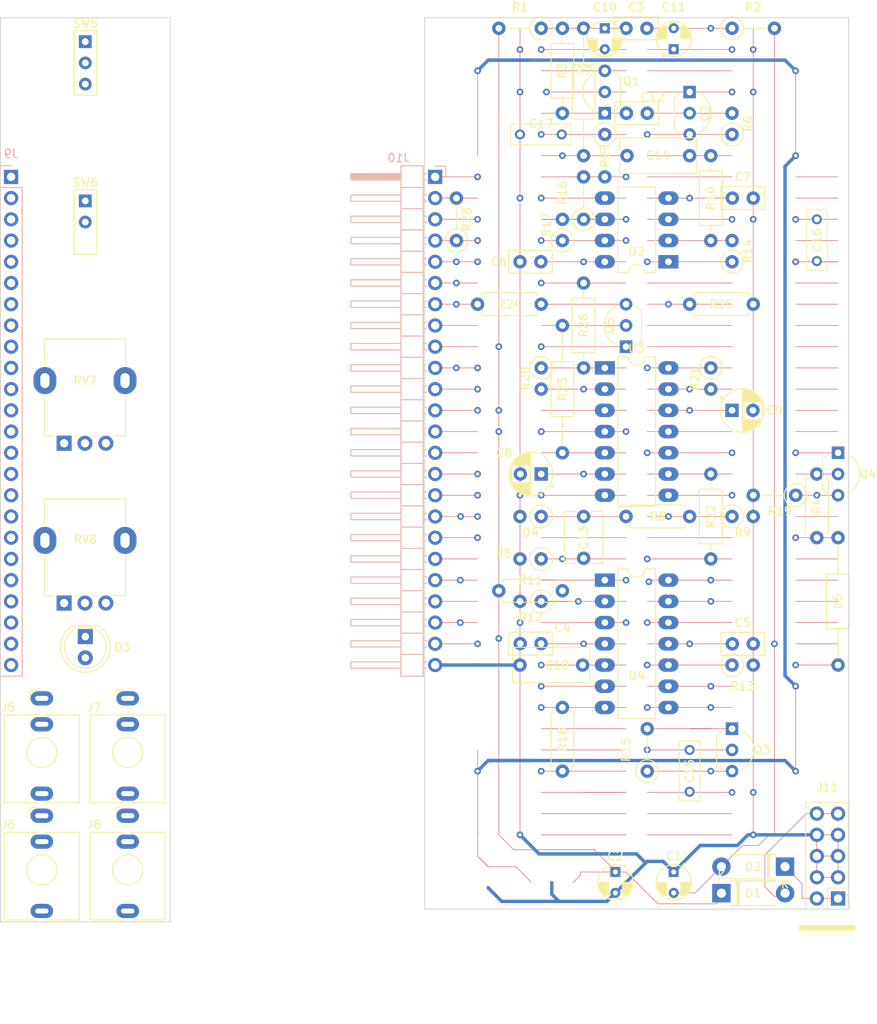
<source format=kicad_pcb>
(kicad_pcb (version 20171130) (host pcbnew "(5.1.10)-1")
  (title_block (title "Eurorack Noise / S&H Module") (date 2021-08-21) (rev 1.2) (company "Len Popp") (comment 1 "Copyright © 2021 Len Popp CC BY-SA") (comment 2 "Component placement for 4HP module using Delptronics Module Construction Set") (comment 3 "Eurorack module with noise generation and sample-and-hold") (comment 4 COMPLETED))
  (layers (0 F.Cu signal) (1 Wire1.Cu jumper) (2 Wire2.Cu jumper) (3 Wire3.Cu jumper) (4 Wire4.Cu jumper) (31 B.Cu signal hide) (34 B.Paste user) (35 F.Paste user) (36 B.SilkS user) (37 F.SilkS user) (38 B.Mask user) (39 F.Mask user) (44 Edge.Cuts user))
  (net 0 "")
  (net 1 -12V)
  (net 2 "Net-(D1-Pad1)")
  (net 3 "Net-(D2-Pad2)")
  (net 4 "Net-(J5-PadTN)")
  (net 5 "Net-(J5-PadT)")
  (net 6 "Net-(J10-Pad8)")
  (net 7 "Net-(J10-Pad14)")
  (net 8 "Net-(J10-Pad19)")
  (net 9 "Net-(J10-Pad21)")
  (net 10 +12VA)
  (net 11 -12VA)
  (net 12 "Net-(C12-Pad1)")
  (net 13 "Net-(C12-Pad2)")
  (net 14 "Net-(C13-Pad1)")
  (net 15 "Net-(C14-Pad2)")
  (net 16 "Net-(C14-Pad1)")
  (net 17 "Net-(C15-Pad1)")
  (net 18 OUT-NOISE-PINK)
  (net 19 "Net-(C16-Pad2)")
  (net 20 "Net-(D3-Pad2)")
  (net 21 "Net-(D3-Pad1)")
  (net 22 "Net-(D5-Pad2)")
  (net 23 /Main/TRIGGER)
  (net 24 "Net-(J6-PadTN)")
  (net 25 "Net-(J6-PadT)")
  (net 26 "Net-(J7-PadTN)")
  (net 27 "Net-(J7-PadT)")
  (net 28 "Net-(J8-PadTN)")
  (net 29 "Net-(J8-PadT)")
  (net 30 "Net-(J9-Pad1)")
  (net 31 "Net-(J9-Pad2)")
  (net 32 "Net-(J9-Pad3)")
  (net 33 "Net-(J9-Pad6)")
  (net 34 "Net-(J9-Pad7)")
  (net 35 "Net-(J9-Pad8)")
  (net 36 "Net-(J9-Pad11)")
  (net 37 "Net-(J9-Pad12)")
  (net 38 "Net-(J9-Pad13)")
  (net 39 "Net-(J9-Pad14)")
  (net 40 "Net-(J9-Pad16)")
  (net 41 "Net-(J9-Pad17)")
  (net 42 "Net-(J9-Pad18)")
  (net 43 "Net-(J9-Pad19)")
  (net 44 "Net-(J9-Pad21)")
  (net 45 OUT-NOISE)
  (net 46 OUT-HOLD)
  (net 47 IN-SAMPLE)
  (net 48 OUT-NOISE-WHITE)
  (net 49 "Net-(Q1-Pad3)")
  (net 50 "Net-(R8-Pad1)")
  (net 51 "Net-(R10-Pad1)")
  (net 52 "Net-(R11-Pad2)")
  (net 53 "Net-(R18-Pad2)")
  (net 54 RV-SLEW-2)
  (net 55 RV-SLEW-1)
  (net 56 "Net-(J9-Pad9)")
  (net 57 "Net-(J10-Pad9)")
  (net 58 NOISE-SELECT)
  (net 59 LED-TRIG-C)
  (net 60 "Net-(C8-Pad1)")
  (net 61 "Net-(C9-Pad1)")
  (net 62 INOUT-TRIG)
  (net 63 LED-TRIG-A)
  (net 64 "Net-(Q4-Pad2)")
  (net 65 "Net-(Q4-Pad3)")
  (net 66 "Net-(Q5-Pad2)")
  (net 67 "Net-(Q5-Pad3)")
  (net 68 "Net-(R22-Pad2)")
  (net 69 "Net-(R23-Pad2)")
  (net 70 "Net-(U3-Pad3)")
  (net 71 "Net-(U3-Pad11)")
  (net 72 "Net-(J10-Pad13)")
  (net 73 "Net-(R20-Pad1)")
  (net 74 "Net-(Q3-Pad1)")
  (net 75 "Net-(R14-Pad1)")
  (net 76 RV-CLOCK-FREQ-1)
  (net 77 OUT-CLOCK-TRIG)
  (net 78 RV-CLOCK-FREQ-2)
  (module -lmp-synth:Jack_3.5mm_QingPu_WQP-PJ398SM_Vertical (layer F.Cu) (at 109.22 136.144)
    (fp_text reference J8 (at -4.03 1.08 180) (layer F.SilkS))
    (fp_text value WQP-PJ398SM)
    (pad T thru_hole oval (at 0 11.4 180) (size 2.7 1.7) (drill oval 1.6 0.6) (layers *.Cu *.Mask) (net 29 "Net-(J8-PadT)"))
    (pad TN thru_hole oval (at 0 3.1 180) (size 2.7 1.7) (drill oval 1.6 0.6) (layers *.Cu *.Mask) (net 28 "Net-(J8-PadTN)"))
    (pad S thru_hole oval (at 0 0 180) (size 2.7 1.7) (drill oval 1.6 0.6) (layers *.Cu *.Mask) (net 59 LED-TRIG-C))
  )
  (module -lmp-synth:Jack_3.5mm_QingPu_WQP-PJ398SM_Vertical (layer F.Cu) (at 109.22 122.0978)
    (fp_text reference J7 (at -4.03 1.08 180) (layer F.SilkS))
    (fp_text value WQP-PJ398SM)
    (pad T thru_hole oval (at 0 11.4 180) (size 2.7 1.7) (drill oval 1.6 0.6) (layers *.Cu *.Mask) (net 27 "Net-(J7-PadT)"))
    (pad TN thru_hole oval (at 0 3.1 180) (size 2.7 1.7) (drill oval 1.6 0.6) (layers *.Cu *.Mask) (net 26 "Net-(J7-PadTN)"))
    (pad S thru_hole oval (at 0 0 180) (size 2.7 1.7) (drill oval 1.6 0.6) (layers *.Cu *.Mask) (net 59 LED-TRIG-C))
  )
  (module -lmp-synth:Jack_3.5mm_QingPu_WQP-PJ398SM_Vertical (layer F.Cu) (at 98.933 136.144)
    (fp_text reference J6 (at -4.03 1.08 180) (layer F.SilkS))
    (fp_text value WQP-PJ398SM)
    (pad T thru_hole oval (at 0 11.4 180) (size 2.7 1.7) (drill oval 1.6 0.6) (layers *.Cu *.Mask) (net 25 "Net-(J6-PadT)"))
    (pad TN thru_hole oval (at 0 3.1 180) (size 2.7 1.7) (drill oval 1.6 0.6) (layers *.Cu *.Mask) (net 24 "Net-(J6-PadTN)"))
    (pad S thru_hole oval (at 0 0 180) (size 2.7 1.7) (drill oval 1.6 0.6) (layers *.Cu *.Mask) (net 59 LED-TRIG-C))
  )
  (module -lmp-synth:Jack_3.5mm_QingPu_WQP-PJ398SM_Vertical (layer F.Cu) (at 98.933 122.0978)
    (fp_text reference J5 (at -4.03 1.08 180) (layer F.SilkS))
    (fp_text value WQP-PJ398SM)
    (pad T thru_hole oval (at 0 11.4 180) (size 2.7 1.7) (drill oval 1.6 0.6) (layers *.Cu *.Mask) (net 5 "Net-(J5-PadT)"))
    (pad TN thru_hole oval (at 0 3.1 180) (size 2.7 1.7) (drill oval 1.6 0.6) (layers *.Cu *.Mask) (net 4 "Net-(J5-PadTN)"))
    (pad S thru_hole oval (at 0 0 180) (size 2.7 1.7) (drill oval 1.6 0.6) (layers *.Cu *.Mask) (net 59 LED-TRIG-C))
  )
  (module -lmp-synth:Potentiometer_Alpha_RD901F-40-00D_Single_Vertical (layer F.Cu) (at 101.6 91.567 90)
    (fp_text reference RV7 (at 7.493 2.54) (layer F.SilkS))
    (fp_text value 1M)
    (pad 1 thru_hole rect (at 0 0 180) (size 1.8 1.8) (drill 1) (layers *.Cu *.Mask) (net 38 "Net-(J9-Pad13)"))
    (pad 2 thru_hole circle (at 0 2.5 180) (size 1.8 1.8) (drill 1) (layers *.Cu *.Mask) (net 37 "Net-(J9-Pad12)"))
    (pad 3 thru_hole circle (at 0 5 180) (size 1.8 1.8) (drill 1) (layers *.Cu *.Mask) (net 36 "Net-(J9-Pad11)"))
    (pad "" thru_hole oval (at 7.5 7.3 180) (size 2.72 3.24) (drill oval 1.1 1.8) (layers *.Cu *.Mask))
    (pad "" thru_hole oval (at 7.5 -2.3 180) (size 2.72 3.24) (drill oval 1.1 1.8) (layers *.Cu *.Mask))
  )
  (module -lmp-misc:SW_SPST_THT_2.54 (layer F.Cu) (at 104.14 62.5602)
    (fp_text reference SW6 (at 0 -2.2) (layer F.SilkS))
    (fp_text value SPST)
    (pad 2 thru_hole circle (at 0 2.54) (size 1.524 1.524) (drill 0.8128) (layers *.Cu *.Mask) (net 34 "Net-(J9-Pad7)"))
    (pad 1 thru_hole rect (at 0 0) (size 1.524 1.524) (drill 0.8128) (layers *.Cu *.Mask) (net 33 "Net-(J9-Pad6)"))
  )
  (module LED_THT:LED_D5.0mm (layer F.Cu) (at 104.14 114.7064 270)
    (fp_text reference D3 (at 1.27 -4.445 180) (layer F.SilkS))
    (fp_text value LED_5mm_Blue)
    (pad 2 thru_hole circle (at 2.54 0 270) (size 1.8 1.8) (drill 0.9) (layers *.Cu *.Mask) (net 20 "Net-(D3-Pad2)"))
    (pad 1 thru_hole rect (at 0 0 270) (size 1.8 1.8) (drill 0.9) (layers *.Cu *.Mask) (net 21 "Net-(D3-Pad1)"))
  )
  (module -lmp-misc:SW_SPDT_THT_2.54 (layer F.Cu) (at 104.14 43.5102)
    (fp_text reference SW5 (at 0 -2.2) (layer F.SilkS))
    (fp_text value ON_ON)
    (pad 3 thru_hole circle (at 0 5.08) (size 1.524 1.524) (drill 0.8128) (layers *.Cu *.Mask) (net 30 "Net-(J9-Pad1)"))
    (pad 2 thru_hole circle (at 0 2.54) (size 1.524 1.524) (drill 0.8128) (layers *.Cu *.Mask) (net 31 "Net-(J9-Pad2)"))
    (pad 1 thru_hole rect (at 0 0) (size 1.524 1.524) (drill 0.8128) (layers *.Cu *.Mask) (net 32 "Net-(J9-Pad3)"))
  )
  (module -lmp-synth:Potentiometer_Alpha_RD901F-40-00D_Single_Vertical (layer F.Cu) (at 101.6 110.6932 90)
    (fp_text reference RV8 (at 7.62 2.54) (layer F.SilkS))
    (fp_text value 1M)
    (pad 1 thru_hole rect (at 0 0 180) (size 1.8 1.8) (drill 1) (layers *.Cu *.Mask) (net 42 "Net-(J9-Pad18)"))
    (pad 2 thru_hole circle (at 0 2.5 180) (size 1.8 1.8) (drill 1) (layers *.Cu *.Mask) (net 41 "Net-(J9-Pad17)"))
    (pad 3 thru_hole circle (at 0 5 180) (size 1.8 1.8) (drill 1) (layers *.Cu *.Mask) (net 40 "Net-(J9-Pad16)"))
    (pad "" thru_hole oval (at 7.5 7.3 180) (size 2.72 3.24) (drill oval 1.1 1.8) (layers *.Cu *.Mask))
    (pad "" thru_hole oval (at 7.5 -2.3 180) (size 2.72 3.24) (drill oval 1.1 1.8) (layers *.Cu *.Mask))
  )
  (module -lmp-synth:PinSocket_Delptronics_Front (layer B.Cu) (at 95.25 59.69 180)
    (fp_text reference J9 (at 0 2.77) (layer B.SilkS) (effects (justify mirror)))
    (fp_text value Conn_Front)
    (pad 1 thru_hole rect (at 0 0 180) (size 1.7 1.7) (drill 1) (layers *.Cu *.Mask) (net 30 "Net-(J9-Pad1)"))
    (pad 2 thru_hole oval (at 0 -2.54 180) (size 1.7 1.7) (drill 1) (layers *.Cu *.Mask) (net 31 "Net-(J9-Pad2)"))
    (pad 3 thru_hole oval (at 0 -5.08 180) (size 1.7 1.7) (drill 1) (layers *.Cu *.Mask) (net 32 "Net-(J9-Pad3)"))
    (pad 4 thru_hole oval (at 0 -7.62 180) (size 1.7 1.7) (drill 1) (layers *.Cu *.Mask) (net 4 "Net-(J5-PadTN)"))
    (pad 5 thru_hole oval (at 0 -10.16 180) (size 1.7 1.7) (drill 1) (layers *.Cu *.Mask) (net 5 "Net-(J5-PadT)"))
    (pad 6 thru_hole oval (at 0 -12.7 180) (size 1.7 1.7) (drill 1) (layers *.Cu *.Mask) (net 33 "Net-(J9-Pad6)"))
    (pad 7 thru_hole oval (at 0 -15.24 180) (size 1.7 1.7) (drill 1) (layers *.Cu *.Mask) (net 34 "Net-(J9-Pad7)"))
    (pad 8 thru_hole oval (at 0 -17.78 180) (size 1.7 1.7) (drill 1) (layers *.Cu *.Mask) (net 35 "Net-(J9-Pad8)"))
    (pad 9 thru_hole oval (at 0 -20.32 180) (size 1.7 1.7) (drill 1) (layers *.Cu *.Mask) (net 56 "Net-(J9-Pad9)"))
    (pad 10 thru_hole oval (at 0 -22.86 180) (size 1.7 1.7) (drill 1) (layers *.Cu *.Mask) (net 25 "Net-(J6-PadT)"))
    (pad 11 thru_hole oval (at 0 -25.4 180) (size 1.7 1.7) (drill 1) (layers *.Cu *.Mask) (net 36 "Net-(J9-Pad11)"))
    (pad 12 thru_hole oval (at 0 -27.94 180) (size 1.7 1.7) (drill 1) (layers *.Cu *.Mask) (net 37 "Net-(J9-Pad12)"))
    (pad 13 thru_hole oval (at 0 -30.48 180) (size 1.7 1.7) (drill 1) (layers *.Cu *.Mask) (net 38 "Net-(J9-Pad13)"))
    (pad 14 thru_hole oval (at 0 -33.02 180) (size 1.7 1.7) (drill 1) (layers *.Cu *.Mask) (net 39 "Net-(J9-Pad14)"))
    (pad 15 thru_hole oval (at 0 -35.56 180) (size 1.7 1.7) (drill 1) (layers *.Cu *.Mask) (net 27 "Net-(J7-PadT)"))
    (pad 16 thru_hole oval (at 0 -38.1 180) (size 1.7 1.7) (drill 1) (layers *.Cu *.Mask) (net 40 "Net-(J9-Pad16)"))
    (pad 17 thru_hole oval (at 0 -40.64 180) (size 1.7 1.7) (drill 1) (layers *.Cu *.Mask) (net 41 "Net-(J9-Pad17)"))
    (pad 18 thru_hole oval (at 0 -43.18 180) (size 1.7 1.7) (drill 1) (layers *.Cu *.Mask) (net 42 "Net-(J9-Pad18)"))
    (pad 19 thru_hole oval (at 0 -45.72 180) (size 1.7 1.7) (drill 1) (layers *.Cu *.Mask) (net 43 "Net-(J9-Pad19)"))
    (pad 20 thru_hole oval (at 0 -48.26 180) (size 1.7 1.7) (drill 1) (layers *.Cu *.Mask) (net 29 "Net-(J8-PadT)"))
    (pad 21 thru_hole oval (at 0 -50.8 180) (size 1.7 1.7) (drill 1) (layers *.Cu *.Mask) (net 44 "Net-(J9-Pad21)"))
    (pad 22 thru_hole oval (at 0 -53.34 180) (size 1.7 1.7) (drill 1) (layers *.Cu *.Mask) (net 21 "Net-(D3-Pad1)"))
    (pad 23 thru_hole oval (at 0 -55.88 180) (size 1.7 1.7) (drill 1) (layers *.Cu *.Mask) (net 20 "Net-(D3-Pad2)"))
    (pad 24 thru_hole oval (at 0 -58.42 180) (size 1.7 1.7) (drill 1) (layers *.Cu *.Mask) (net 59 LED-TRIG-C))
  )
  (module -lmp-misc:DIP-14_W7.62mm_LongPads (layer F.Cu) (at 166.37 82.55)
    (fp_text reference U3 (at 3.81 -2.33) (layer F.SilkS))
    (fp_text value ICM7556)
    (pad 1 thru_hole rect (at 0 0) (size 2.4 1.6) (drill 0.8) (layers *.Cu *.Mask) (net 73 "Net-(R20-Pad1)"))
    (pad 8 thru_hole oval (at 7.62 15.24) (size 2.4 1.6) (drill 0.8) (layers *.Cu *.Mask) (net 65 "Net-(Q4-Pad3)"))
    (pad 2 thru_hole oval (at 0 2.54) (size 2.4 1.6) (drill 0.8) (layers *.Cu *.Mask) (net 60 "Net-(C8-Pad1)"))
    (pad 9 thru_hole oval (at 7.62 12.7) (size 2.4 1.6) (drill 0.8) (layers *.Cu *.Mask) (net 68 "Net-(R22-Pad2)"))
    (pad 3 thru_hole oval (at 0 5.08) (size 2.4 1.6) (drill 0.8) (layers *.Cu *.Mask) (net 70 "Net-(U3-Pad3)"))
    (pad 10 thru_hole oval (at 7.62 10.16) (size 2.4 1.6) (drill 0.8) (layers *.Cu *.Mask) (net 76 RV-CLOCK-FREQ-1))
    (pad 4 thru_hole oval (at 0 7.62) (size 2.4 1.6) (drill 0.8) (layers *.Cu *.Mask) (net 76 RV-CLOCK-FREQ-1))
    (pad 11 thru_hole oval (at 7.62 7.62) (size 2.4 1.6) (drill 0.8) (layers *.Cu *.Mask) (net 71 "Net-(U3-Pad11)"))
    (pad 5 thru_hole oval (at 0 10.16) (size 2.4 1.6) (drill 0.8) (layers *.Cu *.Mask) (net 69 "Net-(R23-Pad2)"))
    (pad 12 thru_hole oval (at 7.62 5.08) (size 2.4 1.6) (drill 0.8) (layers *.Cu *.Mask) (net 61 "Net-(C9-Pad1)"))
    (pad 6 thru_hole oval (at 0 12.7) (size 2.4 1.6) (drill 0.8) (layers *.Cu *.Mask) (net 60 "Net-(C8-Pad1)"))
    (pad 13 thru_hole oval (at 7.62 2.54) (size 2.4 1.6) (drill 0.8) (layers *.Cu *.Mask) (net 61 "Net-(C9-Pad1)"))
    (pad 7 thru_hole oval (at 0 15.24) (size 2.4 1.6) (drill 0.8) (layers *.Cu *.Mask) (net 59 LED-TRIG-C))
    (pad 14 thru_hole oval (at 7.62 0) (size 2.4 1.6) (drill 0.8) (layers *.Cu *.Mask) (net 76 RV-CLOCK-FREQ-1))
  )
  (module -lmp-misc:C_Rect_Kemet_L7.2mm_W2.5mm_P5mm (layer F.Cu) (at 176.53 128.27 270)
    (fp_text reference C15 (at 2.54 0 90) (layer F.SilkS))
    (fp_text value 10N hide)
    (pad 2 thru_hole circle (at 5 0 270) (size 1.2 1.2) (drill 0.7) (layers *.Cu *.Mask) (net 59 LED-TRIG-C))
    (pad 1 thru_hole circle (at 0 0 270) (size 1.2 1.2) (drill 0.7) (layers *.Cu *.Mask) (net 17 "Net-(C15-Pad1)"))
  )
  (module -lmp-misc:C_Rect_Kemet_L7.2mm_W2.5mm_P5mm (layer F.Cu) (at 191.77 69.77 90)
    (fp_text reference C16 (at 2.5 0 90) (layer F.SilkS))
    (fp_text value 10N hide)
    (pad 2 thru_hole circle (at 5 0 90) (size 1.2 1.2) (drill 0.7) (layers *.Cu *.Mask) (net 19 "Net-(C16-Pad2)"))
    (pad 1 thru_hole circle (at 0 0 90) (size 1.2 1.2) (drill 0.7) (layers *.Cu *.Mask) (net 18 OUT-NOISE-PINK))
  )
  (module -lmp-synth:PinHeader-Eurorack-10-TH (layer F.Cu) (at 194.31 146.05 180)
    (fp_text reference J11 (at 1.27 13.335 180) (layer F.SilkS))
    (fp_text value Eurorack_10)
    (pad 10 thru_hole oval (at 2.54 10.16 180) (size 1.7 1.7) (drill 1) (layers *.Cu *.Mask) (net 3 "Net-(D2-Pad2)"))
    (pad 9 thru_hole oval (at 0 10.16 180) (size 1.7 1.7) (drill 1) (layers *.Cu *.Mask) (net 3 "Net-(D2-Pad2)"))
    (pad 8 thru_hole oval (at 2.54 7.62 180) (size 1.7 1.7) (drill 1) (layers *.Cu *.Mask) (net 59 LED-TRIG-C))
    (pad 7 thru_hole oval (at 0 7.62 180) (size 1.7 1.7) (drill 1) (layers *.Cu *.Mask) (net 59 LED-TRIG-C))
    (pad 6 thru_hole oval (at 2.54 5.08 180) (size 1.7 1.7) (drill 1) (layers *.Cu *.Mask) (net 59 LED-TRIG-C))
    (pad 5 thru_hole oval (at 0 5.08 180) (size 1.7 1.7) (drill 1) (layers *.Cu *.Mask) (net 59 LED-TRIG-C))
    (pad 4 thru_hole oval (at 2.54 2.54 180) (size 1.7 1.7) (drill 1) (layers *.Cu *.Mask) (net 59 LED-TRIG-C))
    (pad 3 thru_hole oval (at 0 2.54 180) (size 1.7 1.7) (drill 1) (layers *.Cu *.Mask) (net 59 LED-TRIG-C))
    (pad 2 thru_hole oval (at 2.54 0 180) (size 1.7 1.7) (drill 1) (layers *.Cu *.Mask) (net 2 "Net-(D1-Pad1)"))
    (pad 1 thru_hole rect (at 0 0 180) (size 1.7 1.7) (drill 1) (layers *.Cu *.Mask) (net 2 "Net-(D1-Pad1)"))
  )
  (module -lmp-stripboard:SB_Gen_2 (layer F.Cu) (at 171.45 130.81 90)
    (fp_text reference R15 (at 2.54 -2.54 90) (layer F.SilkS))
    (fp_text value 1M)
    (pad 2 thru_hole oval (at 5.08 0 90) (size 1.6 1.6) (drill 0.8) (layers *.Cu *.Mask) (net 74 "Net-(Q3-Pad1)"))
    (pad 1 thru_hole circle (at 0 0 90) (size 1.6 1.6) (drill 0.8) (layers *.Cu *.Mask) (net 22 "Net-(D5-Pad2)"))
  )
  (module -lmp-stripboard:SB_Gen_2 (layer F.Cu) (at 166.37 54.61 270)
    (fp_text reference R27 (at 2.54 0 90) (layer F.SilkS))
    (fp_text value 3K9)
    (pad 1 thru_hole circle (at 0 0 270) (size 1.6 1.6) (drill 0.8) (layers *.Cu *.Mask) (net 48 OUT-NOISE-WHITE))
    (pad 2 thru_hole oval (at 5.08 0 270) (size 1.6 1.6) (drill 0.8) (layers *.Cu *.Mask) (net 75 "Net-(R14-Pad1)"))
  )
  (module -lmp-misc:C_Rect_Kemet_L7.2mm_W2.5mm_P5mm (layer F.Cu) (at 161.21 54.61 180)
    (fp_text reference C17 (at 2.46 1.27) (layer F.SilkS) (effects (font (size 1.016 1.016) (thickness 0.1524))))
    (fp_text value 1N hide)
    (pad 2 thru_hole circle (at 5 0 180) (size 1.2 1.2) (drill 0.7) (layers *.Cu *.Mask) (net 59 LED-TRIG-C))
    (pad 1 thru_hole circle (at 0 0 180) (size 1.2 1.2) (drill 0.7) (layers *.Cu *.Mask) (net 48 OUT-NOISE-WHITE))
  )
  (module -lmp-misc:R_Axial_DIN0207_L6.3mm_D2.5mm_P10.16mm_Horizontal (layer F.Cu) (at 163.83 72.39 270)
    (fp_text reference R26 (at 5.08 0 90) (layer F.SilkS))
    (fp_text value 4K7)
    (pad 1 thru_hole circle (at 0 0 270) (size 1.6 1.6) (drill 0.8) (layers *.Cu *.Mask) (net 78 RV-CLOCK-FREQ-2))
    (pad 2 thru_hole oval (at 10.16 0 270) (size 1.6 1.6) (drill 0.8) (layers *.Cu *.Mask) (net 73 "Net-(R20-Pad1)"))
  )
  (module -lmp-stripboard:SB_Gen_1 (layer F.Cu) (at 179.07 82.55 270)
    (fp_text reference R21 (at 1.27 1.905 90) (layer F.SilkS))
    (fp_text value 82K)
    (pad 1 thru_hole circle (at 0 0 270) (size 1.6 1.6) (drill 0.8) (layers *.Cu *.Mask) (net 76 RV-CLOCK-FREQ-1))
    (pad 2 thru_hole oval (at 2.54 0 270) (size 1.6 1.6) (drill 0.8) (layers *.Cu *.Mask) (net 61 "Net-(C9-Pad1)"))
  )
  (module -lmp-misc:CP_Radial_D4.0mm_P2.50mm (layer F.Cu) (at 174.625 44.41 90)
    (fp_text reference C11 (at 5.04 0 180) (layer F.SilkS))
    (fp_text value 10U)
    (pad 2 thru_hole circle (at 2.5 0 90) (size 1.2 1.2) (drill 0.6) (layers *.Cu *.Mask) (net 11 -12VA))
    (pad 1 thru_hole rect (at 0 0 90) (size 1.2 1.2) (drill 0.6) (layers *.Cu *.Mask) (net 59 LED-TRIG-C))
  )
  (module -lmp-misc:CP_Radial_D4.0mm_P2.50mm (layer F.Cu) (at 166.37 41.91 270)
    (fp_text reference C10 (at -2.54 0 180) (layer F.SilkS))
    (fp_text value 10U)
    (pad 2 thru_hole circle (at 2.5 0 270) (size 1.2 1.2) (drill 0.6) (layers *.Cu *.Mask) (net 59 LED-TRIG-C))
    (pad 1 thru_hole rect (at 0 0 270) (size 1.2 1.2) (drill 0.6) (layers *.Cu *.Mask) (net 10 +12VA))
  )
  (module -lmp-misc:CP_Radial_D4.0mm_P2.50mm (layer F.Cu) (at 167.64 142.875 270)
    (fp_text reference C2 (at -1.905 0 180) (layer F.SilkS))
    (fp_text value 10U)
    (pad 2 thru_hole circle (at 2.5 0 270) (size 1.2 1.2) (drill 0.6) (layers *.Cu *.Mask) (net 59 LED-TRIG-C))
    (pad 1 thru_hole rect (at 0 0 270) (size 1.2 1.2) (drill 0.6) (layers *.Cu *.Mask) (net 76 RV-CLOCK-FREQ-1))
  )
  (module -lmp-misc:CP_Radial_D4.0mm_P2.50mm (layer F.Cu) (at 174.625 142.875 270)
    (fp_text reference C1 (at -1.905 0 180) (layer F.SilkS))
    (fp_text value 10U)
    (pad 2 thru_hole circle (at 2.5 0 270) (size 1.2 1.2) (drill 0.6) (layers *.Cu *.Mask) (net 1 -12V))
    (pad 1 thru_hole rect (at 0 0 270) (size 1.2 1.2) (drill 0.6) (layers *.Cu *.Mask) (net 59 LED-TRIG-C))
  )
  (module -lmp-misc:C_Disc_D5.0mm_W2.5mm_P2.50mm (layer F.Cu) (at 168.91 41.91)
    (fp_text reference C3 (at 1.25 -2.54) (layer F.SilkS))
    (fp_text value 100N)
    (pad 1 thru_hole circle (at 0 0) (size 1.6 1.6) (drill 0.8) (layers *.Cu *.Mask) (net 10 +12VA))
    (pad 2 thru_hole circle (at 2.5 0) (size 1.6 1.6) (drill 0.8) (layers *.Cu *.Mask) (net 11 -12VA))
  )
  (module Capacitor_THT:C_Rect_L9.0mm_W4.0mm_P7.50mm_MKT (layer F.Cu) (at 156.21 118.11)
    (fp_text reference C18 (at 4.445 0) (layer F.SilkS))
    (fp_text value 1U)
    (pad 2 thru_hole circle (at 7.5 0) (size 1.6 1.6) (drill 0.8) (layers *.Cu *.Mask) (net 54 RV-SLEW-2))
    (pad 1 thru_hole circle (at 0 0) (size 1.6 1.6) (drill 0.8) (layers *.Cu *.Mask) (net 59 LED-TRIG-C))
  )
  (module -lmp-stripboard:SB_Gen_4 (layer F.Cu) (at 179.07 67.31 90)
    (fp_text reference R10 (at 5.08 0 90) (layer F.SilkS))
    (fp_text value 15K)
    (pad 1 thru_hole circle (at 0 0 90) (size 1.6 1.6) (drill 0.8) (layers *.Cu *.Mask) (net 51 "Net-(R10-Pad1)"))
    (pad 2 thru_hole oval (at 10.16 0 90) (size 1.6 1.6) (drill 0.8) (layers *.Cu *.Mask) (net 16 "Net-(C14-Pad1)"))
  )
  (module Capacitor_THT:C_Rect_L9.0mm_W4.0mm_P7.50mm_MKT (layer F.Cu) (at 176.53 57.15 180)
    (fp_text reference C14 (at 3.81 0) (layer F.SilkS))
    (fp_text value 1U)
    (pad 2 thru_hole circle (at 7.5 0 180) (size 1.6 1.6) (drill 0.8) (layers *.Cu *.Mask) (net 15 "Net-(C14-Pad2)"))
    (pad 1 thru_hole circle (at 0 0 180) (size 1.6 1.6) (drill 0.8) (layers *.Cu *.Mask) (net 16 "Net-(C14-Pad1)"))
  )
  (module -lmp-stripboard:SB_Gen_1 (layer F.Cu) (at 158.75 110.49 180)
    (fp_text reference R12 (at 1.27 -1.905) (layer F.SilkS))
    (fp_text value 120K)
    (pad 2 thru_hole oval (at 2.54 0 180) (size 1.6 1.6) (drill 0.8) (layers *.Cu *.Mask) (net 59 LED-TRIG-C))
    (pad 1 thru_hole circle (at 0 0 180) (size 1.6 1.6) (drill 0.8) (layers *.Cu *.Mask) (net 52 "Net-(R11-Pad2)"))
  )
  (module -lmp-misc:R_Axial_DIN0207_L6.3mm_D2.5mm_P7.62mm_Horizontal (layer F.Cu) (at 153.67 109.22)
    (fp_text reference R11 (at 3.81 -1.27) (layer F.SilkS))
    (fp_text value 1M)
    (pad 1 thru_hole circle (at 0 0) (size 1.6 1.6) (drill 0.8) (layers *.Cu *.Mask) (net 76 RV-CLOCK-FREQ-1))
    (pad 2 thru_hole oval (at 7.62 0) (size 1.6 1.6) (drill 0.8) (layers *.Cu *.Mask) (net 52 "Net-(R11-Pad2)"))
  )
  (module -lmp-stripboard:SB_Gen_2 (layer F.Cu) (at 189.23 97.79 180)
    (fp_text reference R19 (at 1.905 -1.905) (layer F.SilkS))
    (fp_text value 10K)
    (pad 1 thru_hole circle (at 0 0 180) (size 1.6 1.6) (drill 0.8) (layers *.Cu *.Mask) (net 65 "Net-(Q4-Pad3)"))
    (pad 2 thru_hole oval (at 5.08 0 180) (size 1.6 1.6) (drill 0.8) (layers *.Cu *.Mask) (net 59 LED-TRIG-C))
  )
  (module -lmp-stripboard:SB_Gen_1 (layer F.Cu) (at 181.61 69.85 90)
    (fp_text reference R14 (at 1.27 1.905 90) (layer F.SilkS))
    (fp_text value 100K)
    (pad 1 thru_hole circle (at 0 0 90) (size 1.6 1.6) (drill 0.8) (layers *.Cu *.Mask) (net 75 "Net-(R14-Pad1)"))
    (pad 2 thru_hole oval (at 2.54 0 90) (size 1.6 1.6) (drill 0.8) (layers *.Cu *.Mask) (net 51 "Net-(R10-Pad1)"))
  )
  (module -lmp-stripboard:SB_Gen_1 (layer F.Cu) (at 161.29 67.31 90)
    (fp_text reference R17 (at 1.905 -1.905 90) (layer F.SilkS))
    (fp_text value 10K)
    (pad 1 thru_hole circle (at 0 0 90) (size 1.6 1.6) (drill 0.8) (layers *.Cu *.Mask) (net 18 OUT-NOISE-PINK))
    (pad 2 thru_hole oval (at 2.54 0 90) (size 1.6 1.6) (drill 0.8) (layers *.Cu *.Mask) (net 19 "Net-(C16-Pad2)"))
  )
  (module -lmp-stripboard:SB_Gen_1 (layer F.Cu) (at 158.75 105.41 180)
    (fp_text reference R5 (at 4.445 0.635) (layer F.SilkS))
    (fp_text value 100K)
    (pad 1 thru_hole circle (at 0 0 180) (size 1.6 1.6) (drill 0.8) (layers *.Cu *.Mask) (net 62 INOUT-TRIG))
    (pad 2 thru_hole oval (at 2.54 0 180) (size 1.6 1.6) (drill 0.8) (layers *.Cu *.Mask) (net 59 LED-TRIG-C))
  )
  (module -lmp-stripboard:SB_Gen_1 (layer F.Cu) (at 158.75 100.33 180)
    (fp_text reference D4 (at 1.27 -1.905) (layer F.SilkS))
    (fp_text value 1N4148)
    (pad 1 thru_hole circle (at 0 0 180) (size 1.6 1.6) (drill 0.8) (layers *.Cu *.Mask) (net 14 "Net-(C13-Pad1)"))
    (pad 2 thru_hole oval (at 2.54 0 180) (size 1.6 1.6) (drill 0.8) (layers *.Cu *.Mask) (net 59 LED-TRIG-C))
  )
  (module -lmp-stripboard:SB_Gen_1 (layer F.Cu) (at 181.61 118.11)
    (fp_text reference R13 (at 1.27 2.54) (layer F.SilkS))
    (fp_text value 1M)
    (pad 1 thru_hole circle (at 0 0) (size 1.6 1.6) (drill 0.8) (layers *.Cu *.Mask) (net 47 IN-SAMPLE))
    (pad 2 thru_hole oval (at 2.54 0) (size 1.6 1.6) (drill 0.8) (layers *.Cu *.Mask) (net 59 LED-TRIG-C))
  )
  (module -lmp-stripboard:SB_Gen_1 (layer F.Cu) (at 181.61 100.33)
    (fp_text reference R9 (at 1.27 1.905) (layer F.SilkS))
    (fp_text value 330K)
    (pad 1 thru_hole circle (at 0 0) (size 1.6 1.6) (drill 0.8) (layers *.Cu *.Mask) (net 50 "Net-(R8-Pad1)"))
    (pad 2 thru_hole oval (at 2.54 0) (size 1.6 1.6) (drill 0.8) (layers *.Cu *.Mask) (net 59 LED-TRIG-C))
  )
  (module -lmp-stripboard:SB_Gen_1 (layer F.Cu) (at 158.75 82.55 270)
    (fp_text reference R20 (at 1.27 1.905 90) (layer F.SilkS))
    (fp_text value 1K5)
    (pad 1 thru_hole circle (at 0 0 270) (size 1.6 1.6) (drill 0.8) (layers *.Cu *.Mask) (net 73 "Net-(R20-Pad1)"))
    (pad 2 thru_hole oval (at 2.54 0 270) (size 1.6 1.6) (drill 0.8) (layers *.Cu *.Mask) (net 60 "Net-(C8-Pad1)"))
  )
  (module -lmp-stripboard:SB_Gen_1 (layer F.Cu) (at 181.61 54.61 90)
    (fp_text reference R6 (at 1.27 1.905 90) (layer F.SilkS))
    (fp_text value 1M)
    (pad 1 thru_hole circle (at 0 0 90) (size 1.6 1.6) (drill 0.8) (layers *.Cu *.Mask) (net 15 "Net-(C14-Pad2)"))
    (pad 2 thru_hole oval (at 2.54 0 90) (size 1.6 1.6) (drill 0.8) (layers *.Cu *.Mask) (net 12 "Net-(C12-Pad1)"))
  )
  (module -lmp-stripboard:SB_Gen_6 (layer F.Cu) (at 163.83 41.91 270)
    (fp_text reference R7 (at 5.08 0 180) (layer F.SilkS))
    (fp_text value 4K7)
    (pad 1 thru_hole circle (at 0 0 270) (size 1.6 1.6) (drill 0.8) (layers *.Cu *.Mask) (net 10 +12VA))
    (pad 2 thru_hole oval (at 15.24 0 270) (size 1.6 1.6) (drill 0.8) (layers *.Cu *.Mask) (net 15 "Net-(C14-Pad2)"))
  )
  (module -lmp-stripboard:SB_Gen_6 (layer F.Cu) (at 194.31 102.87 270)
    (fp_text reference D5 (at 7.62 0 90) (layer F.SilkS))
    (fp_text value 1N4148)
    (pad 1 thru_hole circle (at 0 0 270) (size 1.6 1.6) (drill 0.8) (layers *.Cu *.Mask) (net 23 /Main/TRIGGER))
    (pad 2 thru_hole oval (at 15.24 0 270) (size 1.6 1.6) (drill 0.8) (layers *.Cu *.Mask) (net 22 "Net-(D5-Pad2)"))
  )
  (module -lmp-stripboard:SB_Gen_6 (layer F.Cu) (at 161.29 77.47 270)
    (fp_text reference R23 (at 7.62 0 90) (layer F.SilkS))
    (fp_text value 10K)
    (pad 1 thru_hole circle (at 0 0 270) (size 1.6 1.6) (drill 0.8) (layers *.Cu *.Mask) (net 66 "Net-(Q5-Pad2)"))
    (pad 2 thru_hole oval (at 15.24 0 270) (size 1.6 1.6) (drill 0.8) (layers *.Cu *.Mask) (net 69 "Net-(R23-Pad2)"))
  )
  (module -lmp-stripboard:SB_Gen_2 (layer F.Cu) (at 181.61 41.91)
    (fp_text reference R2 (at 2.54 -2.54) (layer F.SilkS))
    (fp_text value 10R)
    (pad 1 thru_hole circle (at 0 0) (size 1.6 1.6) (drill 0.8) (layers *.Cu *.Mask) (net 11 -12VA))
    (pad 2 thru_hole oval (at 5.08 0) (size 1.6 1.6) (drill 0.8) (layers *.Cu *.Mask) (net 1 -12V))
  )
  (module -lmp-stripboard:SB_Gen_2 (layer F.Cu) (at 158.75 41.91 180)
    (fp_text reference R1 (at 2.54 2.54) (layer F.SilkS))
    (fp_text value 10R)
    (pad 1 thru_hole circle (at 0 0 180) (size 1.6 1.6) (drill 0.8) (layers *.Cu *.Mask) (net 10 +12VA))
    (pad 2 thru_hole oval (at 5.08 0 180) (size 1.6 1.6) (drill 0.8) (layers *.Cu *.Mask) (net 76 RV-CLOCK-FREQ-1))
  )
  (module -lmp-misc:R_Axial_DIN0207_L6.3mm_D2.5mm_P7.62mm_Horizontal (layer F.Cu) (at 161.29 130.81 90)
    (fp_text reference R18 (at 3.81 0 90) (layer F.SilkS))
    (fp_text value 1K)
    (pad 2 thru_hole oval (at 7.62 0 90) (size 1.6 1.6) (drill 0.8) (layers *.Cu *.Mask) (net 53 "Net-(R18-Pad2)"))
    (pad 1 thru_hole circle (at 0 0 90) (size 1.6 1.6) (drill 0.8) (layers *.Cu *.Mask) (net 46 OUT-HOLD))
  )
  (module -lmp-misc:R_Axial_DIN0207_L6.3mm_D2.5mm_P7.62mm_Horizontal (layer F.Cu) (at 176.53 74.93)
    (fp_text reference R25 (at 3.81 0) (layer F.SilkS))
    (fp_text value 13K)
    (pad 2 thru_hole oval (at 7.62 0) (size 1.6 1.6) (drill 0.8) (layers *.Cu *.Mask) (net 59 LED-TRIG-C))
    (pad 1 thru_hole circle (at 0 0) (size 1.6 1.6) (drill 0.8) (layers *.Cu *.Mask) (net 77 OUT-CLOCK-TRIG))
  )
  (module -lmp-misc:R_Axial_DIN0207_L6.3mm_D2.5mm_P7.62mm_Horizontal (layer F.Cu) (at 158.75 74.93 180)
    (fp_text reference R24 (at 3.81 0) (layer F.SilkS))
    (fp_text value 6K2)
    (pad 2 thru_hole oval (at 7.62 0 180) (size 1.6 1.6) (drill 0.8) (layers *.Cu *.Mask) (net 77 OUT-CLOCK-TRIG))
    (pad 1 thru_hole circle (at 0 0 180) (size 1.6 1.6) (drill 0.8) (layers *.Cu *.Mask) (net 67 "Net-(Q5-Pad3)"))
  )
  (module -lmp-misc:R_Axial_DIN0207_L6.3mm_D2.5mm_P10.16mm_Horizontal (layer F.Cu) (at 179.07 105.41 90)
    (fp_text reference R22 (at 5.08 0 90) (layer F.SilkS))
    (fp_text value 2K2)
    (pad 1 thru_hole circle (at 0 0 90) (size 1.6 1.6) (drill 0.8) (layers *.Cu *.Mask) (net 63 LED-TRIG-A))
    (pad 2 thru_hole oval (at 10.16 0 90) (size 1.6 1.6) (drill 0.8) (layers *.Cu *.Mask) (net 68 "Net-(R22-Pad2)"))
  )
  (module -lmp-misc:R_Axial_DIN0207_L6.3mm_D2.5mm_P7.62mm_Horizontal (layer F.Cu) (at 191.77 95.25 270)
    (fp_text reference R4 (at 3.81 0 90) (layer F.SilkS))
    (fp_text value 10K)
    (pad 1 thru_hole circle (at 0 0 270) (size 1.6 1.6) (drill 0.8) (layers *.Cu *.Mask) (net 64 "Net-(Q4-Pad2)"))
    (pad 2 thru_hole oval (at 7.62 0 270) (size 1.6 1.6) (drill 0.8) (layers *.Cu *.Mask) (net 23 /Main/TRIGGER))
  )
  (module -lmp-misc:TO-92_Inline_Wide (layer F.Cu) (at 168.91 80.01 90)
    (fp_text reference Q5 (at 2.54 -1.905 90) (layer F.SilkS))
    (fp_text value 2N3906)
    (pad 2 thru_hole circle (at 2.54 0 90) (size 1.5 1.5) (drill 0.8) (layers *.Cu *.Mask) (net 66 "Net-(Q5-Pad2)"))
    (pad 3 thru_hole circle (at 5.08 0 90) (size 1.5 1.5) (drill 0.8) (layers *.Cu *.Mask) (net 67 "Net-(Q5-Pad3)"))
    (pad 1 thru_hole rect (at 0 0 90) (size 1.5 1.5) (drill 0.8) (layers *.Cu *.Mask) (net 76 RV-CLOCK-FREQ-1))
  )
  (module -lmp-misc:TO-92_Inline_Wide (layer F.Cu) (at 194.31 92.71 270)
    (fp_text reference Q4 (at 2.54 -3.56 180) (layer F.SilkS))
    (fp_text value 2N3906)
    (pad 2 thru_hole circle (at 2.54 0 270) (size 1.5 1.5) (drill 0.8) (layers *.Cu *.Mask) (net 64 "Net-(Q4-Pad2)"))
    (pad 3 thru_hole circle (at 5.08 0 270) (size 1.5 1.5) (drill 0.8) (layers *.Cu *.Mask) (net 65 "Net-(Q4-Pad3)"))
    (pad 1 thru_hole rect (at 0 0 270) (size 1.5 1.5) (drill 0.8) (layers *.Cu *.Mask) (net 76 RV-CLOCK-FREQ-1))
  )
  (module -lmp-misc:CP_Radial_D5.0mm_P2.50mm (layer F.Cu) (at 181.61 87.63)
    (fp_text reference C9 (at 5.08 0) (layer F.SilkS))
    (fp_text value 1U)
    (pad 1 thru_hole rect (at 0 0) (size 1.6 1.6) (drill 0.8) (layers *.Cu *.Mask) (net 61 "Net-(C9-Pad1)"))
    (pad 2 thru_hole circle (at 2.5 0) (size 1.6 1.6) (drill 0.8) (layers *.Cu *.Mask) (net 59 LED-TRIG-C))
  )
  (module -lmp-misc:CP_Radial_D5.0mm_P2.50mm (layer F.Cu) (at 158.75 95.25 180)
    (fp_text reference C8 (at 4.445 2.54) (layer F.SilkS))
    (fp_text value 4U7)
    (pad 1 thru_hole rect (at 0 0 180) (size 1.6 1.6) (drill 0.8) (layers *.Cu *.Mask) (net 60 "Net-(C8-Pad1)"))
    (pad 2 thru_hole circle (at 2.5 0 180) (size 1.6 1.6) (drill 0.8) (layers *.Cu *.Mask) (net 59 LED-TRIG-C))
  )
  (module -lmp-stripboard:SB_Gen_2 (layer F.Cu) (at 148.59 67.31 90)
    (fp_text reference R28 (at 2.54 1.27 90) (layer F.SilkS))
    (fp_text value 1K)
    (pad 1 thru_hole circle (at 0 0 90) (size 1.6 1.6) (drill 0.8) (layers *.Cu *.Mask) (net 45 OUT-NOISE))
    (pad 2 thru_hole oval (at 5.08 0 90) (size 1.6 1.6) (drill 0.8) (layers *.Cu *.Mask) (net 58 NOISE-SELECT))
  )
  (module -lmp-misc:R_Axial_DIN0207_L6.3mm_D2.5mm_P7.62mm_Horizontal (layer F.Cu) (at 176.53 100.33 180)
    (fp_text reference R8 (at 3.81 0) (layer F.SilkS))
    (fp_text value 11K)
    (pad 2 thru_hole oval (at 7.62 0 180) (size 1.6 1.6) (drill 0.8) (layers *.Cu *.Mask) (net 14 "Net-(C13-Pad1)"))
    (pad 1 thru_hole circle (at 0 0 180) (size 1.6 1.6) (drill 0.8) (layers *.Cu *.Mask) (net 50 "Net-(R8-Pad1)"))
  )
  (module Capacitor_THT:C_Disc_D6.0mm_W4.4mm_P5.00mm (layer F.Cu) (at 163.83 100.33 270)
    (fp_text reference C13 (at 2.54 0 90) (layer F.SilkS))
    (fp_text value 100P)
    (pad 2 thru_hole circle (at 5 0 270) (size 1.6 1.6) (drill 0.8) (layers *.Cu *.Mask) (net 62 INOUT-TRIG))
    (pad 1 thru_hole circle (at 0 0 270) (size 1.6 1.6) (drill 0.8) (layers *.Cu *.Mask) (net 14 "Net-(C13-Pad1)"))
  )
  (module -lmp-misc:C_Disc_D5.0mm_W2.5mm_P2.50mm (layer F.Cu) (at 171.45 52.07 180)
    (fp_text reference C12 (at -0.635 1.905) (layer F.SilkS))
    (fp_text value 100N)
    (pad 1 thru_hole circle (at 0 0 180) (size 1.6 1.6) (drill 0.8) (layers *.Cu *.Mask) (net 12 "Net-(C12-Pad1)"))
    (pad 2 thru_hole circle (at 2.5 0 180) (size 1.6 1.6) (drill 0.8) (layers *.Cu *.Mask) (net 13 "Net-(C12-Pad2)"))
  )
  (module -lmp-stripboard:SB_Gen_2 (layer F.Cu) (at 163.83 64.77 90)
    (fp_text reference R16 (at 3.175 -2.54 90) (layer F.SilkS))
    (fp_text value 10K)
    (pad 1 thru_hole circle (at 0 0 90) (size 1.6 1.6) (drill 0.8) (layers *.Cu *.Mask) (net 19 "Net-(C16-Pad2)"))
    (pad 2 thru_hole oval (at 5.08 0 90) (size 1.6 1.6) (drill 0.8) (layers *.Cu *.Mask) (net 75 "Net-(R14-Pad1)"))
  )
  (module -lmp-misc:TO-92_Inline_Wide (layer F.Cu) (at 181.61 125.73 270)
    (fp_text reference Q3 (at 2.54 -3.56 180) (layer F.SilkS))
    (fp_text value J309)
    (pad 2 thru_hole circle (at 2.54 0 270) (size 1.5 1.5) (drill 0.8) (layers *.Cu *.Mask) (net 17 "Net-(C15-Pad1)"))
    (pad 3 thru_hole circle (at 5.08 0 270) (size 1.5 1.5) (drill 0.8) (layers *.Cu *.Mask) (net 22 "Net-(D5-Pad2)"))
    (pad 1 thru_hole rect (at 0 0 270) (size 1.5 1.5) (drill 0.8) (layers *.Cu *.Mask) (net 74 "Net-(Q3-Pad1)"))
  )
  (module -lmp-misc:DIP-14_W7.62mm_LongPads (layer F.Cu) (at 166.37 107.95)
    (fp_text reference U4 (at 3.81 11.43) (layer F.SilkS))
    (fp_text value TL074)
    (pad 1 thru_hole rect (at 0 0) (size 2.4 1.6) (drill 0.8) (layers *.Cu *.Mask) (net 23 /Main/TRIGGER))
    (pad 8 thru_hole oval (at 7.62 15.24) (size 2.4 1.6) (drill 0.8) (layers *.Cu *.Mask) (net 74 "Net-(Q3-Pad1)"))
    (pad 2 thru_hole oval (at 0 2.54) (size 2.4 1.6) (drill 0.8) (layers *.Cu *.Mask) (net 52 "Net-(R11-Pad2)"))
    (pad 9 thru_hole oval (at 7.62 12.7) (size 2.4 1.6) (drill 0.8) (layers *.Cu *.Mask) (net 74 "Net-(Q3-Pad1)"))
    (pad 3 thru_hole oval (at 0 5.08) (size 2.4 1.6) (drill 0.8) (layers *.Cu *.Mask) (net 50 "Net-(R8-Pad1)"))
    (pad 10 thru_hole oval (at 7.62 10.16) (size 2.4 1.6) (drill 0.8) (layers *.Cu *.Mask) (net 47 IN-SAMPLE))
    (pad 4 thru_hole oval (at 0 7.62) (size 2.4 1.6) (drill 0.8) (layers *.Cu *.Mask) (net 76 RV-CLOCK-FREQ-1))
    (pad 11 thru_hole oval (at 7.62 7.62) (size 2.4 1.6) (drill 0.8) (layers *.Cu *.Mask) (net 1 -12V))
    (pad 5 thru_hole oval (at 0 10.16) (size 2.4 1.6) (drill 0.8) (layers *.Cu *.Mask) (net 54 RV-SLEW-2))
    (pad 12 thru_hole oval (at 7.62 5.08) (size 2.4 1.6) (drill 0.8) (layers *.Cu *.Mask) (net 17 "Net-(C15-Pad1)"))
    (pad 6 thru_hole oval (at 0 12.7) (size 2.4 1.6) (drill 0.8) (layers *.Cu *.Mask) (net 53 "Net-(R18-Pad2)"))
    (pad 13 thru_hole oval (at 7.62 2.54) (size 2.4 1.6) (drill 0.8) (layers *.Cu *.Mask) (net 55 RV-SLEW-1))
    (pad 7 thru_hole oval (at 0 15.24) (size 2.4 1.6) (drill 0.8) (layers *.Cu *.Mask) (net 53 "Net-(R18-Pad2)"))
    (pad 14 thru_hole oval (at 7.62 0) (size 2.4 1.6) (drill 0.8) (layers *.Cu *.Mask) (net 55 RV-SLEW-1))
  )
  (module -lmp-misc:DIP-8_W7.62mm_LongPads (layer F.Cu) (at 173.99 69.85 180)
    (fp_text reference U2 (at 3.81 1.27) (layer F.SilkS))
    (fp_text value TL072)
    (pad 1 thru_hole rect (at 0 0 180) (size 2.4 1.6) (drill 0.8) (layers *.Cu *.Mask) (net 75 "Net-(R14-Pad1)"))
    (pad 5 thru_hole oval (at 7.62 7.62 180) (size 2.4 1.6) (drill 0.8) (layers *.Cu *.Mask) (net 59 LED-TRIG-C))
    (pad 2 thru_hole oval (at 0 2.54 180) (size 2.4 1.6) (drill 0.8) (layers *.Cu *.Mask) (net 51 "Net-(R10-Pad1)"))
    (pad 6 thru_hole oval (at 7.62 5.08 180) (size 2.4 1.6) (drill 0.8) (layers *.Cu *.Mask) (net 19 "Net-(C16-Pad2)"))
    (pad 3 thru_hole oval (at 0 5.08 180) (size 2.4 1.6) (drill 0.8) (layers *.Cu *.Mask) (net 59 LED-TRIG-C))
    (pad 7 thru_hole oval (at 7.62 2.54 180) (size 2.4 1.6) (drill 0.8) (layers *.Cu *.Mask) (net 18 OUT-NOISE-PINK))
    (pad 4 thru_hole oval (at 0 7.62 180) (size 2.4 1.6) (drill 0.8) (layers *.Cu *.Mask) (net 11 -12VA))
    (pad 8 thru_hole oval (at 7.62 0 180) (size 2.4 1.6) (drill 0.8) (layers *.Cu *.Mask) (net 10 +12VA))
  )
  (module -lmp-misc:R_Axial_DIN0207_L6.3mm_D2.5mm_P10.16mm_Horizontal (layer F.Cu) (at 161.29 41.91 270)
    (fp_text reference R3 (at 5.08 0 90) (layer F.SilkS))
    (fp_text value 220K)
    (pad 1 thru_hole circle (at 0 0 270) (size 1.6 1.6) (drill 0.8) (layers *.Cu *.Mask) (net 10 +12VA))
    (pad 2 thru_hole oval (at 10.16 0 270) (size 1.6 1.6) (drill 0.8) (layers *.Cu *.Mask) (net 13 "Net-(C12-Pad2)"))
  )
  (module -lmp-misc:TO-92_Inline_Wide (layer F.Cu) (at 176.53 49.53 270)
    (fp_text reference Q2 (at 2.54 -1.905 90) (layer F.SilkS))
    (fp_text value 2N3904)
    (pad 2 thru_hole circle (at 2.54 0 270) (size 1.5 1.5) (drill 0.8) (layers *.Cu *.Mask) (net 12 "Net-(C12-Pad1)"))
    (pad 3 thru_hole circle (at 5.08 0 270) (size 1.5 1.5) (drill 0.8) (layers *.Cu *.Mask) (net 15 "Net-(C14-Pad2)"))
    (pad 1 thru_hole rect (at 0 0 270) (size 1.5 1.5) (drill 0.8) (layers *.Cu *.Mask) (net 59 LED-TRIG-C))
  )
  (module -lmp-misc:TO-92_Inline_Wide (layer F.Cu) (at 166.37 52.07 90)
    (fp_text reference Q1 (at 3.81 3.175 180) (layer F.SilkS))
    (fp_text value 2N3904)
    (pad 2 thru_hole circle (at 2.54 0 90) (size 1.5 1.5) (drill 0.8) (layers *.Cu *.Mask) (net 59 LED-TRIG-C))
    (pad 3 thru_hole circle (at 5.08 0 90) (size 1.5 1.5) (drill 0.8) (layers *.Cu *.Mask) (net 49 "Net-(Q1-Pad3)"))
    (pad 1 thru_hole rect (at 0 0 90) (size 1.5 1.5) (drill 0.8) (layers *.Cu *.Mask) (net 13 "Net-(C12-Pad2)"))
  )
  (module -lmp-synth:PinHeader_Delptronics_Back_Left_4HP (layer B.Cu) (at 146.05 59.69 180)
    (fp_text reference J10 (at 4.385 2.27) (layer B.SilkS) (effects (justify mirror)))
    (fp_text value Conn__Back)
    (pad 1 thru_hole rect (at 0 0 180) (size 1.7 1.7) (drill 1) (layers *.Cu *.Mask) (net 18 OUT-NOISE-PINK))
    (pad 2 thru_hole oval (at 0 -2.54 180) (size 1.7 1.7) (drill 1) (layers *.Cu *.Mask) (net 58 NOISE-SELECT))
    (pad 3 thru_hole oval (at 0 -5.08 180) (size 1.7 1.7) (drill 1) (layers *.Cu *.Mask) (net 48 OUT-NOISE-WHITE))
    (pad 4 thru_hole oval (at 0 -7.62 180) (size 1.7 1.7) (drill 1) (layers *.Cu *.Mask) (net 45 OUT-NOISE))
    (pad 5 thru_hole oval (at 0 -10.16 180) (size 1.7 1.7) (drill 1) (layers *.Cu *.Mask) (net 47 IN-SAMPLE))
    (pad 6 thru_hole oval (at 0 -12.7 180) (size 1.7 1.7) (drill 1) (layers *.Cu *.Mask) (net 62 INOUT-TRIG))
    (pad 7 thru_hole oval (at 0 -15.24 180) (size 1.7 1.7) (drill 1) (layers *.Cu *.Mask) (net 77 OUT-CLOCK-TRIG))
    (pad 8 thru_hole oval (at 0 -17.78 180) (size 1.7 1.7) (drill 1) (layers *.Cu *.Mask) (net 6 "Net-(J10-Pad8)"))
    (pad 9 thru_hole oval (at 0 -20.32 180) (size 1.7 1.7) (drill 1) (layers *.Cu *.Mask) (net 57 "Net-(J10-Pad9)"))
    (pad 10 thru_hole oval (at 0 -22.86 180) (size 1.7 1.7) (drill 1) (layers *.Cu *.Mask) (net 46 OUT-HOLD))
    (pad 11 thru_hole oval (at 0 -25.4 180) (size 1.7 1.7) (drill 1) (layers *.Cu *.Mask) (net 78 RV-CLOCK-FREQ-2))
    (pad 12 thru_hole oval (at 0 -27.94 180) (size 1.7 1.7) (drill 1) (layers *.Cu *.Mask) (net 76 RV-CLOCK-FREQ-1))
    (pad 13 thru_hole oval (at 0 -30.48 180) (size 1.7 1.7) (drill 1) (layers *.Cu *.Mask) (net 72 "Net-(J10-Pad13)"))
    (pad 14 thru_hole oval (at 0 -33.02 180) (size 1.7 1.7) (drill 1) (layers *.Cu *.Mask) (net 7 "Net-(J10-Pad14)"))
    (pad 15 thru_hole oval (at 0 -35.56 180) (size 1.7 1.7) (drill 1) (layers *.Cu *.Mask) (net 62 INOUT-TRIG))
    (pad 16 thru_hole oval (at 0 -38.1 180) (size 1.7 1.7) (drill 1) (layers *.Cu *.Mask) (net 54 RV-SLEW-2))
    (pad 17 thru_hole oval (at 0 -40.64 180) (size 1.7 1.7) (drill 1) (layers *.Cu *.Mask) (net 54 RV-SLEW-2))
    (pad 18 thru_hole oval (at 0 -43.18 180) (size 1.7 1.7) (drill 1) (layers *.Cu *.Mask) (net 55 RV-SLEW-1))
    (pad 19 thru_hole oval (at 0 -45.72 180) (size 1.7 1.7) (drill 1) (layers *.Cu *.Mask) (net 8 "Net-(J10-Pad19)"))
    (pad 20 thru_hole oval (at 0 -48.26 180) (size 1.7 1.7) (drill 1) (layers *.Cu *.Mask) (net 45 OUT-NOISE))
    (pad 21 thru_hole oval (at 0 -50.8 180) (size 1.7 1.7) (drill 1) (layers *.Cu *.Mask) (net 9 "Net-(J10-Pad21)"))
    (pad 22 thru_hole oval (at 0 -53.34 180) (size 1.7 1.7) (drill 1) (layers *.Cu *.Mask) (net 59 LED-TRIG-C))
    (pad 23 thru_hole oval (at 0 -55.88 180) (size 1.7 1.7) (drill 1) (layers *.Cu *.Mask) (net 63 LED-TRIG-A))
    (pad 24 thru_hole oval (at 0 -58.42 180) (size 1.7 1.7) (drill 1) (layers *.Cu *.Mask) (net 59 LED-TRIG-C))
  )
  (module Diode_THT:D_DO-41_SOD81_P7.62mm_Horizontal (layer F.Cu) (at 180.34 145.415)
    (fp_text reference D2 (at 3.81 -3.175) (layer F.SilkS))
    (fp_text value MBR150)
    (fp_text user K (at 0 -2.1) (layer F.SilkS))
    (pad 2 thru_hole oval (at 7.62 0) (size 2.2 2.2) (drill 1.1) (layers *.Cu *.Mask) (net 3 "Net-(D2-Pad2)"))
    (pad 1 thru_hole rect (at 0 0) (size 2.2 2.2) (drill 1.1) (layers *.Cu *.Mask) (net 76 RV-CLOCK-FREQ-1))
  )
  (module Diode_THT:D_DO-41_SOD81_P7.62mm_Horizontal (layer F.Cu) (at 187.96 142.24 180)
    (fp_text reference D1 (at 3.81 -3.175) (layer F.SilkS))
    (fp_text value MBR150)
    (fp_text user K (at 0 -2.1) (layer F.SilkS))
    (pad 2 thru_hole oval (at 7.62 0 180) (size 2.2 2.2) (drill 1.1) (layers *.Cu *.Mask) (net 1 -12V))
    (pad 1 thru_hole rect (at 0 0 180) (size 2.2 2.2) (drill 1.1) (layers *.Cu *.Mask) (net 2 "Net-(D1-Pad1)"))
  )
  (module -lmp-misc:C_Disc_D5.0mm_W2.5mm_P2.50mm (layer F.Cu) (at 184.15 62.23 180)
    (fp_text reference C7 (at 1.25 2.54) (layer F.SilkS))
    (fp_text value 100N)
    (pad 1 thru_hole circle (at 0 0 180) (size 1.6 1.6) (drill 0.8) (layers *.Cu *.Mask) (net 59 LED-TRIG-C))
    (pad 2 thru_hole circle (at 2.5 0 180) (size 1.6 1.6) (drill 0.8) (layers *.Cu *.Mask) (net 11 -12VA))
  )
  (module -lmp-misc:C_Disc_D5.0mm_W2.5mm_P2.50mm (layer F.Cu) (at 158.71 69.85 180)
    (fp_text reference C6 (at 5.04 0) (layer F.SilkS))
    (fp_text value 100N)
    (pad 1 thru_hole circle (at 0 0 180) (size 1.6 1.6) (drill 0.8) (layers *.Cu *.Mask) (net 10 +12VA))
    (pad 2 thru_hole circle (at 2.5 0 180) (size 1.6 1.6) (drill 0.8) (layers *.Cu *.Mask) (net 59 LED-TRIG-C))
  )
  (module -lmp-misc:C_Disc_D5.0mm_W2.5mm_P2.50mm (layer F.Cu) (at 184.15 115.57 180)
    (fp_text reference C5 (at 1.27 2.54) (layer F.SilkS))
    (fp_text value 100N)
    (pad 1 thru_hole circle (at 0 0 180) (size 1.6 1.6) (drill 0.8) (layers *.Cu *.Mask) (net 59 LED-TRIG-C))
    (pad 2 thru_hole circle (at 2.5 0 180) (size 1.6 1.6) (drill 0.8) (layers *.Cu *.Mask) (net 1 -12V))
  )
  (module -lmp-misc:C_Disc_D5.0mm_W2.5mm_P2.50mm (layer F.Cu) (at 158.7354 115.5446 180)
    (fp_text reference C4 (at -2.5546 1.8796) (layer F.SilkS))
    (fp_text value 100N)
    (pad 2 thru_hole circle (at 2.5 0 180) (size 1.6 1.6) (drill 0.8) (layers *.Cu *.Mask) (net 59 LED-TRIG-C))
    (pad 1 thru_hole circle (at 0 0 180) (size 1.6 1.6) (drill 0.8) (layers *.Cu *.Mask) (net 76 RV-CLOCK-FREQ-1))
  )
  (gr_line (start 114.3 40.64) (end 114.3 148.844) (layer Edge.Cuts) (width 0.1))
  (gr_line (start 93.98 148.844) (end 93.98 40.64) (layer Edge.Cuts) (width 0.1))
  (gr_line (start 93.98 40.64) (end 114.3 40.64) (layer Edge.Cuts) (width 0.1))
  (gr_line (start 114.3 148.844) (end 93.98 148.844) (layer Edge.Cuts) (width 0.1))
  (gr_line (start 195.58 147.32) (end 144.78 147.32) (layer Edge.Cuts) (width 0.1))
  (gr_line (start 144.78 147.32) (end 144.78 40.64) (layer Edge.Cuts) (width 0.1))
  (gr_line (start 195.58 40.64) (end 195.58 147.32) (layer Edge.Cuts) (width 0.1))
  (gr_line (start 144.78 40.64) (end 195.58 40.64) (layer Edge.Cuts) (width 0.1))
  (segment (start 152.4 129.54) (end 151.13 130.81) (width 0.4064) (layer B.Cu) (net 0))
  (via (at 151.13 130.81) (size 0.8) (drill 0.4) (layers F.Cu B.Cu) (net 0))
  (segment (start 168.91 135.89) (end 158.75 135.89) (width 0.0508) (layer F.Cu) (net 0))
  (segment (start 168.91 133.35) (end 158.75 133.35) (width 0.0508) (layer F.Cu) (net 0))
  (segment (start 181.61 135.89) (end 171.45 135.89) (width 0.0508) (layer F.Cu) (net 0))
  (segment (start 181.61 80.01) (end 171.45 80.01) (width 0.0508) (layer F.Cu) (net 0))
  (segment (start 181.61 77.47) (end 171.45 77.47) (width 0.0508) (layer F.Cu) (net 0))
  (segment (start 181.61 59.69) (end 171.45 59.69) (width 0.0508) (layer F.Cu) (net 0))
  (segment (start 181.61 46.99) (end 171.45 46.99) (width 0.0508) (layer F.Cu) (net 0))
  (segment (start 181.61 72.39) (end 171.45 72.39) (width 0.0508) (layer F.Cu) (net 0))
  (segment (start 189.23 107.95) (end 194.31 107.95) (width 0.0508) (layer F.Cu) (net 0))
  (segment (start 189.23 82.55) (end 194.31 82.55) (width 0.0508) (layer F.Cu) (net 0))
  (segment (start 189.23 80.01) (end 194.31 80.01) (width 0.0508) (layer F.Cu) (net 0))
  (segment (start 189.23 77.47) (end 194.31 77.47) (width 0.0508) (layer F.Cu) (net 0))
  (segment (start 189.23 74.93) (end 194.31 74.93) (width 0.0508) (layer F.Cu) (net 0))
  (segment (start 189.23 72.39) (end 194.31 72.39) (width 0.0508) (layer F.Cu) (net 0))
  (segment (start 189.23 67.31) (end 194.31 67.31) (width 0.0508) (layer F.Cu) (net 0))
  (segment (start 189.23 115.57) (end 194.31 115.57) (width 0.0508) (layer F.Cu) (net 0))
  (segment (start 189.23 113.03) (end 194.31 113.03) (width 0.0508) (layer F.Cu) (net 0))
  (segment (start 189.23 110.49) (end 194.31 110.49) (width 0.0508) (layer F.Cu) (net 0))
  (segment (start 189.23 105.41) (end 194.31 105.41) (width 0.0508) (layer F.Cu) (net 0))
  (segment (start 189.23 62.23) (end 194.31 62.23) (width 0.0508) (layer F.Cu) (net 0))
  (segment (start 189.23 59.69) (end 194.31 59.69) (width 0.0508) (layer F.Cu) (net 0))
  (segment (start 151.13 130.81) (end 151.13 138.176) (width 0.0508) (layer F.Cu) (net 0))
  (segment (start 151.13 128.27) (end 151.13 130.81) (width 0.0508) (layer F.Cu) (net 0))
  (segment (start 151.13 138.176) (end 151.13 138.43) (width 0.0508) (layer F.Cu) (net 0))
  (segment (start 155.702 142.24) (end 152.4 142.24) (width 0.0508) (layer F.Cu) (net 0))
  (segment (start 151.13 138.176) (end 151.13 140.97) (width 0.0508) (layer F.Cu) (net 0))
  (segment (start 157.48 144.018) (end 155.702 142.24) (width 0.0508) (layer F.Cu) (net 0))
  (segment (start 157.48 144.145) (end 157.48 144.018) (width 0.0508) (layer F.Cu) (net 0))
  (segment (start 151.13 140.97) (end 152.4 142.24) (width 0.0508) (layer F.Cu) (net 0))
  (via (at 189.23 130.81) (size 0.8) (drill 0.4) (layers F.Cu B.Cu) (net 0))
  (via (at 189.23 120.65) (size 0.8) (drill 0.4) (layers F.Cu B.Cu) (net 0))
  (via (at 189.23 46.99) (size 0.8) (drill 0.4) (layers F.Cu B.Cu) (net 0))
  (via (at 189.23 57.15) (size 0.8) (drill 0.4) (layers F.Cu B.Cu) (net 0))
  (segment (start 189.23 57.15) (end 189.23 46.99) (width 0.0508) (layer F.Cu) (net 0))
  (segment (start 187.96 58.42) (end 189.23 57.15) (width 0.4064) (layer B.Cu) (net 0))
  (segment (start 187.96 119.38) (end 187.96 58.42) (width 0.4064) (layer B.Cu) (net 0))
  (segment (start 187.96 45.72) (end 152.4 45.72) (width 0.4064) (layer B.Cu) (net 0))
  (segment (start 189.23 130.81) (end 189.23 120.65) (width 0.0508) (layer F.Cu) (net 0))
  (segment (start 152.4 45.72) (end 151.13 46.99) (width 0.4064) (layer B.Cu) (net 0))
  (segment (start 189.23 46.99) (end 187.96 45.72) (width 0.4064) (layer B.Cu) (net 0))
  (segment (start 189.23 130.81) (end 187.96 129.54) (width 0.4064) (layer B.Cu) (net 0))
  (segment (start 187.96 129.54) (end 152.4 129.54) (width 0.4064) (layer B.Cu) (net 0))
  (segment (start 151.13 46.99) (end 151.13 57.15) (width 0.0508) (layer F.Cu) (net 0))
  (segment (start 189.23 120.65) (end 187.96 119.38) (width 0.4064) (layer B.Cu) (net 0))
  (via (at 151.13 46.99) (size 0.8) (drill 0.4) (layers F.Cu B.Cu) (net 0))
  (segment (start 168.91 128.27) (end 158.75 128.27) (width 0.0508) (layer F.Cu) (net 0))
  (segment (start 168.91 125.73) (end 158.75 125.73) (width 0.0508) (layer F.Cu) (net 0))
  (segment (start 168.91 102.87) (end 158.75 102.87) (width 0.0508) (layer F.Cu) (net 0))
  (segment (start 168.91 138.43) (end 158.75 138.43) (width 0.0508) (layer F.Cu) (net 0))
  (segment (start 181.61 138.43) (end 171.45 138.43) (width 0.0508) (layer F.Cu) (net 0))
  (segment (start 181.61 102.87) (end 171.45 102.87) (width 0.0508) (layer F.Cu) (net 0))
  (segment (start 152.4 142.24) (end 151.384 141.224) (width 0.0508) (layer F.Cu) (net 0))
  (segment (start 152.4 45.72) (end 157.48 45.72) (width 0.4064) (layer B.Cu) (net 0))
  (segment (start 157.48 129.54) (end 152.4 129.54) (width 0.4064) (layer B.Cu) (net 0))
  (segment (start 168.91 133.35) (end 163.83 133.35) (width 0.0508) (layer F.Cu) (net 0))
  (segment (start 151.13 130.81) (end 151.13 130.81) (width 0.0508) (layer F.Cu) (net 0))
  (segment (start 189.23 90.17) (end 194.31 90.17) (width 0.0508) (layer F.Cu) (net 0))
  (segment (start 189.23 87.63) (end 194.31 87.63) (width 0.0508) (layer F.Cu) (net 0))
  (segment (start 189.23 100.33) (end 194.31 100.33) (width 0.0508) (layer F.Cu) (net 0))
  (segment (start 189.23 85.09) (end 194.31 85.09) (width 0.0508) (layer F.Cu) (net 0))
  (segment (start 181.61 115.57) (end 176.53 115.57) (width 0.0508) (layer F.Cu) (net 1))
  (segment (start 182.88 139.7) (end 180.34 142.24) (width 0.0508) (layer F.Cu) (net 1))
  (segment (start 174.625 145.375) (end 177.205 145.375) (width 0.0508) (layer F.Cu) (net 1))
  (segment (start 177.205 145.375) (end 180.34 142.24) (width 0.0508) (layer F.Cu) (net 1))
  (segment (start 186.69 133.35) (end 186.69 138.43) (width 0.0508) (layer F.Cu) (net 1))
  (segment (start 184.785 139.7) (end 182.88 139.7) (width 0.0508) (layer F.Cu) (net 1))
  (segment (start 186.69 138.43) (end 186.055 138.43) (width 0.0508) (layer F.Cu) (net 1))
  (segment (start 186.055 138.43) (end 184.785 139.7) (width 0.0508) (layer F.Cu) (net 1))
  (via (at 176.53 115.57) (size 0.8) (drill 0.4) (layers F.Cu B.Cu) (net 1))
  (via (at 186.69 115.57) (size 0.8) (drill 0.4) (layers F.Cu B.Cu) (net 1))
  (segment (start 186.69 41.91) (end 186.69 115.57) (width 0.0508) (layer F.Cu) (net 1))
  (segment (start 176.53 115.57) (end 171.45 115.57) (width 0.0508) (layer F.Cu) (net 1))
  (segment (start 186.69 115.57) (end 186.69 133.35) (width 0.0508) (layer F.Cu) (net 1))
  (segment (start 189.992 146.05) (end 189.992 144.272) (width 0.0508) (layer F.Cu) (net 2))
  (segment (start 194.31 146.05) (end 189.992 146.05) (width 0.0508) (layer F.Cu) (net 2))
  (segment (start 189.992 144.272) (end 187.96 142.24) (width 0.0508) (layer F.Cu) (net 2))
  (segment (start 190.5 135.89) (end 185.547 140.843) (width 0.0508) (layer F.Cu) (net 3))
  (segment (start 185.547 140.843) (end 185.547 144.653) (width 0.0508) (layer F.Cu) (net 3))
  (segment (start 185.547 144.653) (end 186.69 145.796) (width 0.0508) (layer F.Cu) (net 3))
  (segment (start 194.31 135.89) (end 190.5 135.89) (width 0.0508) (layer F.Cu) (net 3))
  (segment (start 186.69 145.796) (end 187.96 145.796) (width 0.0508) (layer F.Cu) (net 3))
  (segment (start 99.695 133.985) (end 99.441 133.985) (width 0.4064) (layer F.Cu) (net 5))
  (segment (start 146.05 77.47) (end 151.13 77.47) (width 0.0508) (layer F.Cu) (net 6))
  (segment (start 146.05 92.71) (end 151.13 92.71) (width 0.0508) (layer F.Cu) (net 7))
  (segment (start 146.05 105.41) (end 151.13 105.41) (width 0.0508) (layer F.Cu) (net 8))
  (segment (start 146.05 110.49) (end 151.13 110.49) (width 0.0508) (layer F.Cu) (net 9))
  (segment (start 163.83 69.85) (end 158.75 69.85) (width 0.0508) (layer F.Cu) (net 10))
  (via (at 163.83 69.85) (size 0.8) (drill 0.4) (layers F.Cu B.Cu) (net 10))
  (segment (start 166.37 41.91) (end 158.75 41.91) (width 0.0508) (layer F.Cu) (net 10))
  (segment (start 168.91 41.91) (end 166.37 41.91) (width 0.0508) (layer F.Cu) (net 10))
  (segment (start 168.91 69.85) (end 163.83 69.85) (width 0.0508) (layer F.Cu) (net 10))
  (segment (start 181.61 62.23) (end 176.53 62.23) (width 0.0508) (layer F.Cu) (net 11))
  (segment (start 181.61 41.91) (end 179.07 41.91) (width 0.0508) (layer F.Cu) (net 11))
  (segment (start 179.07 41.91) (end 171.45 41.91) (width 0.0508) (layer F.Cu) (net 11))
  (via (at 179.07 41.91) (size 0.8) (drill 0.4) (layers F.Cu B.Cu) (net 11))
  (via (at 176.53 62.23) (size 0.8) (drill 0.4) (layers F.Cu B.Cu) (net 11))
  (segment (start 176.53 62.23) (end 171.45 62.23) (width 0.0508) (layer F.Cu) (net 11))
  (segment (start 171.45 62.23) (end 171.45 62.23) (width 0.0508) (layer F.Cu) (net 11))
  (segment (start 181.61 52.07) (end 171.45 52.07) (width 0.0508) (layer F.Cu) (net 12))
  (segment (start 168.91 52.07) (end 158.75 52.07) (width 0.0508) (layer F.Cu) (net 13))
  (segment (start 168.91 100.33) (end 158.75 100.33) (width 0.0508) (layer F.Cu) (net 14))
  (segment (start 181.61 54.61) (end 171.45 54.61) (width 0.0508) (layer F.Cu) (net 15))
  (segment (start 168.91 57.15) (end 161.29 57.15) (width 0.0508) (layer F.Cu) (net 15))
  (via (at 171.45 54.61) (size 0.8) (drill 0.4) (layers F.Cu B.Cu) (net 15))
  (via (at 161.29 57.15) (size 0.8) (drill 0.4) (layers F.Cu B.Cu) (net 15))
  (segment (start 161.29 57.15) (end 158.75 57.15) (width 0.0508) (layer F.Cu) (net 15))
  (segment (start 171.45 54.61) (end 171.45 54.61) (width 0.0508) (layer F.Cu) (net 15))
  (segment (start 181.61 57.15) (end 171.45 57.15) (width 0.0508) (layer F.Cu) (net 16))
  (segment (start 181.61 128.27) (end 171.45 128.27) (width 0.0508) (layer F.Cu) (net 17))
  (via (at 171.45 128.27) (size 0.8) (drill 0.4) (layers F.Cu B.Cu) (net 17))
  (via (at 171.45 113.03) (size 0.8) (drill 0.4) (layers F.Cu B.Cu) (net 17))
  (segment (start 181.61 113.03) (end 171.45 113.03) (width 0.0508) (layer F.Cu) (net 17))
  (segment (start 171.45 113.03) (end 171.45 113.03) (width 0.0508) (layer F.Cu) (net 17))
  (segment (start 189.23 69.85) (end 194.31 69.85) (width 0.0508) (layer F.Cu) (net 18))
  (segment (start 146.05 59.69) (end 151.13 59.69) (width 0.0508) (layer F.Cu) (net 18))
  (via (at 158.75 67.31) (size 0.8) (drill 0.4) (layers F.Cu B.Cu) (net 18))
  (via (at 151.13 59.69) (size 0.8) (drill 0.4) (layers F.Cu B.Cu) (net 18))
  (segment (start 168.91 67.31) (end 158.75 67.31) (width 0.0508) (layer F.Cu) (net 18))
  (via (at 168.91 67.31) (size 0.8) (drill 0.4) (layers F.Cu B.Cu) (net 18))
  (via (at 189.23 69.85) (size 0.8) (drill 0.4) (layers F.Cu B.Cu) (net 18))
  (segment (start 191.77 69.77) (end 192.325 69.77) (width 0.0508) (layer F.Cu) (net 18))
  (segment (start 192.325 69.77) (end 192.405 69.85) (width 0.0508) (layer F.Cu) (net 18))
  (segment (start 192.405 69.85) (end 194.31 69.85) (width 0.0508) (layer F.Cu) (net 18))
  (segment (start 158.75 67.31) (end 158.75 67.31) (width 0.0508) (layer F.Cu) (net 18))
  (segment (start 168.91 67.31) (end 168.91 67.31) (width 0.0508) (layer F.Cu) (net 18))
  (via (at 189.23 64.77) (size 0.8) (drill 0.4) (layers F.Cu B.Cu) (net 19))
  (via (at 168.91 64.77) (size 0.8) (drill 0.4) (layers F.Cu B.Cu) (net 19))
  (segment (start 168.91 64.77) (end 158.75 64.77) (width 0.0508) (layer F.Cu) (net 19))
  (segment (start 189.23 64.77) (end 194.31 64.77) (width 0.0508) (layer F.Cu) (net 19))
  (segment (start 168.783 64.77) (end 158.75 64.77) (width 0.0508) (layer F.Cu) (net 19))
  (segment (start 181.61 130.81) (end 171.45 130.81) (width 0.0508) (layer F.Cu) (net 22))
  (segment (start 189.23 118.11) (end 194.31 118.11) (width 0.0508) (layer F.Cu) (net 22))
  (via (at 189.23 118.11) (size 0.8) (drill 0.4) (layers F.Cu B.Cu) (net 22))
  (via (at 179.07 130.81) (size 0.8) (drill 0.4) (layers F.Cu B.Cu) (net 22))
  (segment (start 189.23 118.11) (end 189.23 118.11) (width 0.0508) (layer F.Cu) (net 22))
  (segment (start 171.45 130.81) (end 171.45 130.81) (width 0.0508) (layer F.Cu) (net 22))
  (segment (start 189.23 102.87) (end 194.31 102.87) (width 0.0508) (layer F.Cu) (net 23))
  (via (at 189.23 102.87) (size 0.8) (drill 0.4) (layers F.Cu B.Cu) (net 23))
  (via (at 168.91 107.95) (size 0.8) (drill 0.4) (layers F.Cu B.Cu) (net 23))
  (segment (start 168.91 107.95) (end 158.75 107.95) (width 0.0508) (layer F.Cu) (net 23))
  (segment (start 168.91 107.95) (end 168.91 107.95) (width 0.0508) (layer F.Cu) (net 23))
  (segment (start 146.05 67.31) (end 151.13 67.31) (width 0.0508) (layer F.Cu) (net 45))
  (via (at 151.13 67.31) (size 0.8) (drill 0.4) (layers F.Cu B.Cu) (net 45))
  (segment (start 146.05 107.95) (end 149.06101 107.95) (width 0.0508) (layer F.Cu) (net 45))
  (via (at 149.06101 107.95) (size 0.8) (drill 0.4) (layers F.Cu B.Cu) (net 45))
  (segment (start 151.13 107.95) (end 149.06101 107.95) (width 0.0508) (layer F.Cu) (net 45))
  (segment (start 151.13 67.31) (end 151.13 67.31) (width 0.0508) (layer F.Cu) (net 45))
  (segment (start 146.05 82.55) (end 148.59 82.55) (width 0.0508) (layer F.Cu) (net 46))
  (via (at 148.59 82.55) (size 0.8) (drill 0.4) (layers F.Cu B.Cu) (net 46))
  (via (at 158.75 130.81) (size 0.8) (drill 0.4) (layers F.Cu B.Cu) (net 46))
  (segment (start 148.59 82.55) (end 151.13 82.55) (width 0.0508) (layer F.Cu) (net 46))
  (via (at 151.13 82.55) (size 0.8) (drill 0.4) (layers F.Cu B.Cu) (net 46))
  (segment (start 168.91 130.81) (end 158.75 130.81) (width 0.0508) (layer F.Cu) (net 46))
  (segment (start 158.75 130.81) (end 158.75 130.81) (width 0.0508) (layer F.Cu) (net 46))
  (segment (start 151.13 82.55) (end 151.13 82.55) (width 0.0508) (layer F.Cu) (net 46))
  (segment (start 146.05 69.85) (end 148.59 69.85) (width 0.0508) (layer F.Cu) (net 47))
  (via (at 148.59 69.85) (size 0.8) (drill 0.4) (layers F.Cu B.Cu) (net 47))
  (segment (start 181.61 118.11) (end 171.45 118.11) (width 0.0508) (layer F.Cu) (net 47))
  (via (at 171.45 118.11) (size 0.8) (drill 0.4) (layers F.Cu B.Cu) (net 47))
  (segment (start 148.59 69.85) (end 151.13 69.85) (width 0.0508) (layer F.Cu) (net 47))
  (via (at 151.13 69.85) (size 0.8) (drill 0.4) (layers F.Cu B.Cu) (net 47))
  (segment (start 151.13 69.85) (end 151.13 69.85) (width 0.0508) (layer F.Cu) (net 47))
  (segment (start 171.45 118.11) (end 171.45 118.11) (width 0.0508) (layer F.Cu) (net 47))
  (segment (start 171.45 118.11) (end 171.45 118.11) (width 0.0508) (layer F.Cu) (net 47))
  (segment (start 146.05 64.77) (end 151.13 64.77) (width 0.0508) (layer F.Cu) (net 48))
  (via (at 151.13 64.77) (size 0.8) (drill 0.4) (layers F.Cu B.Cu) (net 48))
  (via (at 158.75 54.61) (size 0.8) (drill 0.4) (layers F.Cu B.Cu) (net 48))
  (segment (start 168.91 54.61) (end 158.75 54.61) (width 0.0508) (layer F.Cu) (net 48))
  (segment (start 158.75 54.61) (end 158.75 54.61) (width 0.0508) (layer F.Cu) (net 48))
  (segment (start 168.91 46.99) (end 158.75 46.99) (width 0.0508) (layer F.Cu) (net 49))
  (segment (start 181.61 100.33) (end 173.99 100.33) (width 0.0508) (layer F.Cu) (net 50))
  (via (at 173.99 100.33) (size 0.8) (drill 0.4) (layers F.Cu B.Cu) (net 50))
  (via (at 168.91 113.03) (size 0.8) (drill 0.4) (layers F.Cu B.Cu) (net 50))
  (segment (start 168.91 113.03) (end 158.75 113.03) (width 0.0508) (layer F.Cu) (net 50))
  (segment (start 173.99 100.33) (end 171.45 100.33) (width 0.0508) (layer F.Cu) (net 50))
  (segment (start 171.45 100.33) (end 171.45 100.33) (width 0.0508) (layer F.Cu) (net 50))
  (segment (start 168.91 113.03) (end 168.91 113.03) (width 0.0508) (layer F.Cu) (net 50))
  (segment (start 181.61 67.31) (end 171.45 67.31) (width 0.0508) (layer F.Cu) (net 51))
  (via (at 163.195 110.49) (size 0.8) (drill 0.4) (layers F.Cu B.Cu) (net 52))
  (segment (start 168.91 110.49) (end 158.75 110.49) (width 0.0508) (layer F.Cu) (net 52))
  (segment (start 161.925 110.49) (end 158.75 110.49) (width 0.0508) (layer F.Cu) (net 52))
  (via (at 158.75 123.19) (size 0.8) (drill 0.4) (layers F.Cu B.Cu) (net 53))
  (via (at 158.75 120.65) (size 0.8) (drill 0.4) (layers F.Cu B.Cu) (net 53))
  (segment (start 168.91 123.19) (end 158.75 123.19) (width 0.0508) (layer F.Cu) (net 53))
  (segment (start 168.91 120.65) (end 158.75 120.65) (width 0.0508) (layer F.Cu) (net 53))
  (segment (start 158.75 120.65) (end 158.75 120.65) (width 0.0508) (layer F.Cu) (net 53))
  (segment (start 158.75 123.19) (end 158.75 123.19) (width 0.0508) (layer F.Cu) (net 53))
  (segment (start 146.05 97.79) (end 151.13 97.79) (width 0.0508) (layer F.Cu) (net 54))
  (via (at 151.13 100.33) (size 0.8) (drill 0.4) (layers F.Cu B.Cu) (net 54))
  (via (at 149.098 100.33) (size 0.8) (drill 0.4) (layers F.Cu B.Cu) (net 54))
  (segment (start 149.098 100.33) (end 151.13 100.33) (width 0.0508) (layer F.Cu) (net 54))
  (segment (start 146.05 100.33) (end 149.098 100.33) (width 0.0508) (layer F.Cu) (net 54))
  (via (at 151.13 97.79) (size 0.8) (drill 0.4) (layers F.Cu B.Cu) (net 54))
  (via (at 158.75 118.11) (size 0.8) (drill 0.4) (layers F.Cu B.Cu) (net 54))
  (segment (start 168.91 118.11) (end 158.75 118.11) (width 0.0508) (layer F.Cu) (net 54))
  (segment (start 151.13 97.79) (end 151.13 97.79) (width 0.0508) (layer F.Cu) (net 54))
  (segment (start 151.13 100.33) (end 151.13 100.33) (width 0.0508) (layer F.Cu) (net 54))
  (segment (start 158.75 118.11) (end 158.75 118.11) (width 0.0508) (layer F.Cu) (net 54))
  (segment (start 146.05 102.87) (end 151.13 102.87) (width 0.0508) (layer F.Cu) (net 55))
  (via (at 151.13 102.87) (size 0.8) (drill 0.4) (layers F.Cu B.Cu) (net 55))
  (via (at 171.645153 108.145153) (size 0.8) (drill 0.4) (layers F.Cu B.Cu) (net 55))
  (segment (start 179.07 107.95) (end 171.45 107.95) (width 0.0508) (layer F.Cu) (net 55))
  (via (at 179.07 107.95) (size 0.8) (drill 0.4) (layers F.Cu B.Cu) (net 55))
  (via (at 179.07 110.49) (size 0.8) (drill 0.4) (layers F.Cu B.Cu) (net 55))
  (segment (start 179.07 110.49) (end 171.45 110.49) (width 0.0508) (layer F.Cu) (net 55))
  (segment (start 181.61 110.49) (end 179.07 110.49) (width 0.0508) (layer F.Cu) (net 55))
  (segment (start 181.61 107.95) (end 179.07 107.95) (width 0.0508) (layer F.Cu) (net 55))
  (segment (start 151.13 102.87) (end 151.13 102.87) (width 0.0508) (layer F.Cu) (net 55))
  (segment (start 146.05 80.01) (end 151.13 80.01) (width 0.0508) (layer F.Cu) (net 57))
  (segment (start 146.05 62.23) (end 151.13 62.23) (width 0.0508) (layer F.Cu) (net 58))
  (via (at 156.21 138.43) (size 0.8) (drill 0.4) (layers F.Cu B.Cu) (net 59))
  (via (at 184.15 138.43) (size 0.8) (drill 0.4) (layers F.Cu B.Cu) (net 59))
  (segment (start 151.13 118.11) (end 146.05 118.11) (width 0.4064) (layer B.Cu) (net 59))
  (segment (start 173.355 141.605) (end 171.45 141.605) (width 0.4064) (layer B.Cu) (net 59))
  (segment (start 189.23 138.43) (end 191.77 138.43) (width 0.4064) (layer B.Cu) (net 59))
  (segment (start 167.64 145.375) (end 166.624 146.391) (width 0.4064) (layer B.Cu) (net 59))
  (segment (start 173.355 141.605) (end 174.625 142.875) (width 0.4064) (layer B.Cu) (net 59))
  (segment (start 184.15 130.81) (end 184.15 138.43) (width 0.0508) (layer F.Cu) (net 59))
  (segment (start 152.4 144.78) (end 152.4 144.74) (width 0.4064) (layer B.Cu) (net 59))
  (segment (start 160.869 146.391) (end 154.011 146.391) (width 0.4064) (layer B.Cu) (net 59))
  (segment (start 183.515 138.43) (end 182.245 139.7) (width 0.4064) (layer B.Cu) (net 59))
  (segment (start 191.77 140.97) (end 191.77 143.51) (width 0.0508) (layer F.Cu) (net 59))
  (segment (start 182.245 139.7) (end 177.8 139.7) (width 0.4064) (layer B.Cu) (net 59))
  (segment (start 156.21 130.81) (end 156.21 138.43) (width 0.0508) (layer F.Cu) (net 59))
  (segment (start 154.011 146.391) (end 152.4 144.78) (width 0.4064) (layer B.Cu) (net 59))
  (segment (start 171.2595 141.7955) (end 170.18 140.716) (width 0.4064) (layer B.Cu) (net 59))
  (segment (start 171.45 141.605) (end 171.2595 141.7955) (width 0.4064) (layer B.Cu) (net 59))
  (segment (start 171.2595 141.7955) (end 168.95 144.105) (width 0.4064) (layer B.Cu) (net 59))
  (segment (start 194.31 140.97) (end 194.31 138.43) (width 0.0508) (layer F.Cu) (net 59))
  (segment (start 177.8 139.7) (end 174.625 142.875) (width 0.4064) (layer B.Cu) (net 59))
  (segment (start 168.91 144.105) (end 167.64 145.375) (width 0.4064) (layer B.Cu) (net 59))
  (segment (start 184.15 138.43) (end 183.515 138.43) (width 0.4064) (layer B.Cu) (net 59))
  (segment (start 158.496 140.716) (end 156.21 138.43) (width 0.4064) (layer B.Cu) (net 59))
  (segment (start 191.77 140.97) (end 194.31 140.97) (width 0.0508) (layer F.Cu) (net 59))
  (segment (start 191.77 143.51) (end 194.31 143.51) (width 0.0508) (layer F.Cu) (net 59))
  (segment (start 191.77 138.43) (end 194.31 138.43) (width 0.0508) (layer F.Cu) (net 59))
  (segment (start 168.95 144.105) (end 168.91 144.105) (width 0.4064) (layer B.Cu) (net 59))
  (segment (start 194.31 143.51) (end 194.31 140.97) (width 0.0508) (layer F.Cu) (net 59))
  (segment (start 191.77 138.43) (end 191.77 140.97) (width 0.0508) (layer F.Cu) (net 59))
  (segment (start 170.18 140.716) (end 158.496 140.716) (width 0.4064) (layer B.Cu) (net 59))
  (via (at 181.61 133.35) (size 0.8) (drill 0.4) (layers F.Cu B.Cu) (net 59))
  (via (at 184.15 133.35) (size 0.8) (drill 0.4) (layers F.Cu B.Cu) (net 59))
  (via (at 156.21 97.79) (size 0.8) (drill 0.4) (layers F.Cu B.Cu) (net 59))
  (segment (start 156.21 118.11) (end 156.21 97.79) (width 0.0508) (layer F.Cu) (net 59))
  (via (at 156.21 113.03) (size 0.8) (drill 0.4) (layers F.Cu B.Cu) (net 59))
  (segment (start 146.05 113.03) (end 149.06101 113.03) (width 0.0508) (layer F.Cu) (net 59))
  (via (at 149.06101 113.03) (size 0.8) (drill 0.4) (layers F.Cu B.Cu) (net 59))
  (segment (start 174.625 44.41) (end 174.625 44.45) (width 0.0508) (layer F.Cu) (net 59))
  (segment (start 166.37 44.41) (end 166.37 44.45) (width 0.0508) (layer F.Cu) (net 59))
  (segment (start 156.21 97.79) (end 156.21 97.155) (width 0.0508) (layer F.Cu) (net 59))
  (segment (start 156.25 95.25) (end 156.25 95.845) (width 0.0508) (layer F.Cu) (net 59))
  (segment (start 156.2208 95.845) (end 156.21 95.8342) (width 0.0508) (layer F.Cu) (net 59))
  (segment (start 156.25 95.845) (end 156.2208 95.845) (width 0.0508) (layer F.Cu) (net 59))
  (segment (start 156.21 97.79) (end 156.21 95.8342) (width 0.0508) (layer F.Cu) (net 59))
  (segment (start 184.11 87.6662) (end 184.15 87.7062) (width 0.0508) (layer F.Cu) (net 59))
  (segment (start 184.11 87.63) (end 184.11 87.6662) (width 0.0508) (layer F.Cu) (net 59))
  (segment (start 176.53 133.27) (end 176.5084 133.27) (width 0.0508) (layer F.Cu) (net 59))
  (segment (start 176.5084 133.27) (end 176.4284 133.35) (width 0.0508) (layer F.Cu) (net 59))
  (segment (start 181.61 133.35) (end 176.4284 133.35) (width 0.0508) (layer F.Cu) (net 59))
  (segment (start 166.624 146.391) (end 160.869 146.391) (width 0.4064) (layer B.Cu) (net 59))
  (segment (start 156.21 95.8342) (end 156.21 62.23) (width 0.0508) (layer F.Cu) (net 59))
  (via (at 156.21 62.23) (size 0.8) (drill 0.4) (layers F.Cu B.Cu) (net 59))
  (segment (start 184.15 49.53) (end 184.15 87.7062) (width 0.0508) (layer F.Cu) (net 59))
  (segment (start 156.21 62.23) (end 156.21 49.53) (width 0.0508) (layer F.Cu) (net 59))
  (via (at 184.15 49.53) (size 0.8) (drill 0.4) (layers F.Cu B.Cu) (net 59))
  (via (at 156.21 49.53) (size 0.8) (drill 0.4) (layers F.Cu B.Cu) (net 59))
  (segment (start 184.15 44.45) (end 184.15 49.53) (width 0.0508) (layer F.Cu) (net 59))
  (segment (start 156.21 49.53) (end 156.21 44.45) (width 0.0508) (layer F.Cu) (net 59))
  (via (at 184.15 44.45) (size 0.8) (drill 0.4) (layers F.Cu B.Cu) (net 59))
  (via (at 184.15 64.77) (size 0.8) (drill 0.4) (layers F.Cu B.Cu) (net 59))
  (via (at 156.21 44.45) (size 0.8) (drill 0.4) (layers F.Cu B.Cu) (net 59))
  (via (at 158.75 97.79) (size 0.8) (drill 0.4) (layers F.Cu B.Cu) (net 59))
  (via (at 181.61 44.45) (size 0.8) (drill 0.4) (layers F.Cu B.Cu) (net 59))
  (via (at 181.61 64.77) (size 0.8) (drill 0.4) (layers F.Cu B.Cu) (net 59))
  (via (at 158.75 62.23) (size 0.8) (drill 0.4) (layers F.Cu B.Cu) (net 59))
  (via (at 158.75 44.45) (size 0.8) (drill 0.4) (layers F.Cu B.Cu) (net 59))
  (via (at 159.385 49.53) (size 0.8) (drill 0.4) (layers F.Cu B.Cu) (net 59))
  (via (at 181.61 49.53) (size 0.8) (drill 0.4) (layers F.Cu B.Cu) (net 59))
  (segment (start 160.02 145.542) (end 160.869 146.391) (width 0.4064) (layer B.Cu) (net 59))
  (segment (start 176.4284 133.35) (end 171.45 133.35) (width 0.0508) (layer F.Cu) (net 59))
  (segment (start 151.13 113.03) (end 149.06101 113.03) (width 0.0508) (layer F.Cu) (net 59))
  (segment (start 184.15 41.87) (end 184.15 44.45) (width 0.0508) (layer F.Cu) (net 59))
  (segment (start 181.61 44.45) (end 171.45 44.45) (width 0.0508) (layer F.Cu) (net 59))
  (segment (start 181.61 64.77) (end 171.45 64.77) (width 0.0508) (layer F.Cu) (net 59))
  (segment (start 156.21 44.45) (end 156.21 41.91) (width 0.0508) (layer F.Cu) (net 59))
  (segment (start 159.385 49.53) (end 158.75 49.53) (width 0.0508) (layer F.Cu) (net 59))
  (segment (start 181.61 49.53) (end 171.45 49.53) (width 0.0508) (layer F.Cu) (net 59))
  (segment (start 160.02 144.145) (end 160.02 145.542) (width 0.4064) (layer B.Cu) (net 59))
  (segment (start 168.91 49.53) (end 159.385 49.53) (width 0.0508) (layer F.Cu) (net 59))
  (segment (start 168.91 62.23) (end 158.75 62.23) (width 0.0508) (layer F.Cu) (net 59))
  (segment (start 168.91 44.45) (end 158.75 44.45) (width 0.0508) (layer F.Cu) (net 59))
  (segment (start 168.91 97.79) (end 158.75 97.79) (width 0.0508) (layer F.Cu) (net 59))
  (segment (start 156.21 130.81) (end 156.21 118.11) (width 0.0508) (layer F.Cu) (net 59))
  (segment (start 184.15 87.7062) (end 184.15 130.81) (width 0.0508) (layer F.Cu) (net 59))
  (segment (start 189.23 138.43) (end 184.15 138.43) (width 0.4064) (layer B.Cu) (net 59))
  (segment (start 156.21 118.11) (end 151.13 118.11) (width 0.4064) (layer B.Cu) (net 59))
  (segment (start 158.75 44.45) (end 158.75 44.45) (width 0.0508) (layer F.Cu) (net 59))
  (segment (start 158.75 62.23) (end 158.75 62.23) (width 0.0508) (layer F.Cu) (net 59))
  (segment (start 158.75 97.79) (end 158.75 97.79) (width 0.0508) (layer F.Cu) (net 59))
  (segment (start 181.61 49.53) (end 181.61 49.53) (width 0.0508) (layer F.Cu) (net 59))
  (segment (start 181.61 64.77) (end 181.61 64.77) (width 0.0508) (layer F.Cu) (net 59))
  (segment (start 181.61 133.35) (end 181.61 133.35) (width 0.0508) (layer F.Cu) (net 59))
  (segment (start 181.61 44.45) (end 181.61 44.45) (width 0.0508) (layer F.Cu) (net 59))
  (segment (start 163.83 85.09) (end 158.75 85.09) (width 0.0508) (layer F.Cu) (net 60))
  (via (at 163.83 85.09) (size 0.8) (drill 0.4) (layers F.Cu B.Cu) (net 60))
  (via (at 163.83 95.25) (size 0.8) (drill 0.4) (layers F.Cu B.Cu) (net 60))
  (segment (start 163.83 95.25) (end 158.75 95.25) (width 0.0508) (layer F.Cu) (net 60))
  (segment (start 168.91 95.25) (end 163.83 95.25) (width 0.0508) (layer F.Cu) (net 60))
  (segment (start 168.91 85.09) (end 163.83 85.09) (width 0.0508) (layer F.Cu) (net 60))
  (segment (start 181.61 87.63) (end 176.53 87.63) (width 0.0508) (layer F.Cu) (net 61))
  (via (at 176.53 87.63) (size 0.8) (drill 0.4) (layers F.Cu B.Cu) (net 61))
  (via (at 176.53 85.09) (size 0.8) (drill 0.4) (layers F.Cu B.Cu) (net 61))
  (segment (start 176.53 87.63) (end 171.45 87.63) (width 0.0508) (layer F.Cu) (net 61))
  (segment (start 176.53 85.09) (end 171.45 85.09) (width 0.0508) (layer F.Cu) (net 61))
  (segment (start 181.61 85.09) (end 176.53 85.09) (width 0.0508) (layer F.Cu) (net 61))
  (segment (start 146.05 72.39) (end 148.59 72.39) (width 0.0508) (layer F.Cu) (net 62))
  (segment (start 146.05 95.25) (end 151.13 95.25) (width 0.0508) (layer F.Cu) (net 62))
  (segment (start 161.29 105.41) (end 158.75 105.41) (width 0.0508) (layer F.Cu) (net 62))
  (via (at 161.29 105.41) (size 0.8) (drill 0.4) (layers F.Cu B.Cu) (net 62))
  (via (at 151.13 95.25) (size 0.8) (drill 0.4) (layers F.Cu B.Cu) (net 62))
  (via (at 148.59 72.39) (size 0.8) (drill 0.4) (layers F.Cu B.Cu) (net 62))
  (segment (start 163.83 105.3592) (end 163.7792 105.41) (width 0.0508) (layer F.Cu) (net 62))
  (segment (start 163.83 105.33) (end 163.83 105.3592) (width 0.0508) (layer F.Cu) (net 62))
  (segment (start 163.7792 105.41) (end 161.29 105.41) (width 0.0508) (layer F.Cu) (net 62))
  (segment (start 168.91 105.41) (end 163.7792 105.41) (width 0.0508) (layer F.Cu) (net 62))
  (segment (start 148.59 72.39) (end 151.13 72.39) (width 0.0508) (layer F.Cu) (net 62))
  (segment (start 146.05 115.57) (end 151.13 115.57) (width 0.0508) (layer F.Cu) (net 63))
  (via (at 151.13 115.57) (size 0.8) (drill 0.4) (layers F.Cu B.Cu) (net 63))
  (via (at 171.45 105.41) (size 0.8) (drill 0.4) (layers F.Cu B.Cu) (net 63))
  (segment (start 181.61 105.41) (end 171.45 105.41) (width 0.0508) (layer F.Cu) (net 63))
  (segment (start 171.45 105.41) (end 171.45 105.41) (width 0.0508) (layer F.Cu) (net 63))
  (segment (start 189.23 95.25) (end 194.31 95.25) (width 0.0508) (layer F.Cu) (net 64))
  (via (at 191.77 97.79) (size 0.8) (drill 0.4) (layers F.Cu B.Cu) (net 65))
  (segment (start 191.77 97.79) (end 194.31 97.79) (width 0.0508) (layer F.Cu) (net 65))
  (segment (start 189.23 97.79) (end 191.77 97.79) (width 0.0508) (layer F.Cu) (net 65))
  (via (at 181.61 97.79) (size 0.8) (drill 0.4) (layers F.Cu B.Cu) (net 65))
  (segment (start 181.61 97.79) (end 171.45 97.79) (width 0.0508) (layer F.Cu) (net 65))
  (segment (start 181.61 97.79) (end 181.61 97.79) (width 0.0508) (layer F.Cu) (net 65))
  (segment (start 168.91 77.47) (end 158.75 77.47) (width 0.0508) (layer F.Cu) (net 66))
  (segment (start 168.91 74.93) (end 158.75 74.93) (width 0.0508) (layer F.Cu) (net 67))
  (segment (start 181.61 95.25) (end 171.45 95.25) (width 0.0508) (layer F.Cu) (net 68))
  (segment (start 168.91 92.71) (end 158.75 92.71) (width 0.0508) (layer F.Cu) (net 69))
  (segment (start 168.91 87.63) (end 158.75 87.63) (width 0.0508) (layer F.Cu) (net 70))
  (segment (start 181.61 90.17) (end 171.45 90.17) (width 0.0508) (layer F.Cu) (net 71))
  (segment (start 146.05 90.17) (end 151.13 90.17) (width 0.0508) (layer F.Cu) (net 72))
  (segment (start 168.91 82.55) (end 158.75 82.55) (width 0.0508) (layer F.Cu) (net 73))
  (segment (start 181.61 125.73) (end 179.07 125.73) (width 0.0508) (layer F.Cu) (net 74))
  (via (at 171.45 123.19) (size 0.8) (drill 0.4) (layers F.Cu B.Cu) (net 74))
  (segment (start 179.07 123.19) (end 171.45 123.19) (width 0.0508) (layer F.Cu) (net 74))
  (via (at 179.07 123.19) (size 0.8) (drill 0.4) (layers F.Cu B.Cu) (net 74))
  (via (at 179.07 120.65) (size 0.8) (drill 0.4) (layers F.Cu B.Cu) (net 74))
  (segment (start 179.07 120.65) (end 171.45 120.65) (width 0.0508) (layer F.Cu) (net 74))
  (segment (start 181.61 120.65) (end 179.07 120.65) (width 0.0508) (layer F.Cu) (net 74))
  (segment (start 181.61 123.19) (end 179.07 123.19) (width 0.0508) (layer F.Cu) (net 74))
  (segment (start 179.07 125.73) (end 171.45 125.73) (width 0.0508) (layer F.Cu) (net 74))
  (segment (start 179.07 125.73) (end 176.53 125.73) (width 0.0508) (layer F.Cu) (net 74))
  (segment (start 181.61 69.85) (end 171.45 69.85) (width 0.0508) (layer F.Cu) (net 75))
  (via (at 171.45 69.85) (size 0.8) (drill 0.4) (layers F.Cu B.Cu) (net 75))
  (via (at 168.91 59.69) (size 0.8) (drill 0.4) (layers F.Cu B.Cu) (net 75))
  (segment (start 168.91 59.69) (end 158.75 59.69) (width 0.0508) (layer F.Cu) (net 75))
  (segment (start 168.91 59.69) (end 168.91 59.69) (width 0.0508) (layer F.Cu) (net 75))
  (segment (start 171.45 69.85) (end 171.45 69.85) (width 0.0508) (layer F.Cu) (net 75))
  (segment (start 158.75 59.69) (end 158.75 59.69) (width 0.0508) (layer F.Cu) (net 75))
  (segment (start 168.91 80.01) (end 158.75 80.01) (width 0.0508) (layer F.Cu) (net 76))
  (segment (start 167.64 142.875) (end 167.64 142.748) (width 0.0508) (layer F.Cu) (net 76))
  (segment (start 167.64 142.748) (end 165.1 140.208) (width 0.0508) (layer F.Cu) (net 76))
  (segment (start 165.1 140.208) (end 155.448 140.208) (width 0.0508) (layer F.Cu) (net 76))
  (segment (start 180.34 146.05) (end 179.705 146.685) (width 0.0508) (layer F.Cu) (net 76))
  (segment (start 180.34 145.796) (end 180.34 146.05) (width 0.0508) (layer F.Cu) (net 76))
  (segment (start 179.705 146.685) (end 172.72 146.685) (width 0.0508) (layer F.Cu) (net 76))
  (segment (start 168.91 142.875) (end 167.64 142.875) (width 0.0508) (layer F.Cu) (net 76))
  (segment (start 155.448 140.208) (end 153.67 138.43) (width 0.0508) (layer F.Cu) (net 76))
  (segment (start 172.72 146.685) (end 168.91 142.875) (width 0.0508) (layer F.Cu) (net 76))
  (segment (start 189.23 92.71) (end 194.31 92.71) (width 0.0508) (layer F.Cu) (net 76))
  (segment (start 146.05 87.63) (end 151.13 87.63) (width 0.0508) (layer F.Cu) (net 76))
  (via (at 158.75 90.17) (size 0.8) (drill 0.4) (layers F.Cu B.Cu) (net 76))
  (via (at 151.13 87.63) (size 0.8) (drill 0.4) (layers F.Cu B.Cu) (net 76))
  (via (at 158.75 80.01) (size 0.8) (drill 0.4) (layers F.Cu B.Cu) (net 76))
  (via (at 171.45 92.71) (size 0.8) (drill 0.4) (layers F.Cu B.Cu) (net 76))
  (via (at 153.67 90.17) (size 0.8) (drill 0.4) (layers F.Cu B.Cu) (net 76))
  (segment (start 153.67 87.63) (end 153.67 90.17) (width 0.0508) (layer F.Cu) (net 76))
  (via (at 153.67 87.63) (size 0.8) (drill 0.4) (layers F.Cu B.Cu) (net 76))
  (via (at 153.67 80.01) (size 0.8) (drill 0.4) (layers F.Cu B.Cu) (net 76))
  (segment (start 153.67 80.01) (end 153.67 87.63) (width 0.0508) (layer F.Cu) (net 76))
  (segment (start 153.67 41.91) (end 153.67 80.01) (width 0.0508) (layer F.Cu) (net 76))
  (segment (start 181.61 92.71) (end 171.45 92.71) (width 0.0508) (layer F.Cu) (net 76))
  (via (at 181.61 92.71) (size 0.8) (drill 0.4) (layers F.Cu B.Cu) (net 76))
  (via (at 189.23 92.71) (size 0.8) (drill 0.4) (layers F.Cu B.Cu) (net 76))
  (segment (start 163.83 115.57) (end 158.75 115.57) (width 0.0508) (layer F.Cu) (net 76))
  (via (at 163.83 115.57) (size 0.8) (drill 0.4) (layers F.Cu B.Cu) (net 76))
  (via (at 153.67 114.935) (size 0.8) (drill 0.4) (layers F.Cu B.Cu) (net 76))
  (segment (start 153.67 114.935) (end 153.67 138.43) (width 0.0508) (layer F.Cu) (net 76))
  (segment (start 153.67 90.17) (end 153.67 114.935) (width 0.0508) (layer F.Cu) (net 76))
  (via (at 168.91 90.17) (size 0.8) (drill 0.4) (layers F.Cu B.Cu) (net 76))
  (segment (start 168.91 90.17) (end 158.75 90.17) (width 0.0508) (layer F.Cu) (net 76))
  (segment (start 163.449 142.875) (end 167.64 142.875) (width 0.0508) (layer F.Cu) (net 76))
  (via (at 171.45 82.55) (size 0.8) (drill 0.4) (layers F.Cu B.Cu) (net 76))
  (segment (start 163.449 142.875) (end 163.449 143.256) (width 0.0508) (layer F.Cu) (net 76))
  (segment (start 163.449 143.256) (end 162.56 144.145) (width 0.0508) (layer F.Cu) (net 76))
  (segment (start 168.91 115.57) (end 163.83 115.57) (width 0.0508) (layer F.Cu) (net 76))
  (segment (start 181.61 82.55) (end 171.45 82.55) (width 0.0508) (layer F.Cu) (net 76))
  (segment (start 171.45 82.55) (end 171.45 82.55) (width 0.0508) (layer F.Cu) (net 76))
  (segment (start 158.75 80.01) (end 158.75 80.01) (width 0.0508) (layer F.Cu) (net 76))
  (segment (start 171.45 92.71) (end 171.45 92.71) (width 0.0508) (layer F.Cu) (net 76))
  (segment (start 168.91 90.17) (end 168.91 90.17) (width 0.0508) (layer F.Cu) (net 76))
  (segment (start 181.61 92.71) (end 181.61 92.71) (width 0.0508) (layer F.Cu) (net 76))
  (segment (start 151.13 87.63) (end 151.13 87.63) (width 0.0508) (layer F.Cu) (net 76))
  (segment (start 158.75 90.17) (end 158.75 90.17) (width 0.0508) (layer F.Cu) (net 76))
  (segment (start 158.75 90.17) (end 158.75 90.17) (width 0.0508) (layer F.Cu) (net 76))
  (via (at 158.75 90.17) (size 0.8) (drill 0.4) (layers F.Cu B.Cu) (net 76))
  (via (at 148.59 74.93) (size 0.8) (drill 0.4) (layers F.Cu B.Cu) (net 77))
  (segment (start 148.59 74.93) (end 151.13 74.93) (width 0.0508) (layer F.Cu) (net 77))
  (segment (start 146.05 74.93) (end 148.59 74.93) (width 0.0508) (layer F.Cu) (net 77))
  (via (at 173.99 74.93) (size 0.8) (drill 0.4) (layers F.Cu B.Cu) (net 77))
  (segment (start 173.99 74.93) (end 171.45 74.93) (width 0.0508) (layer F.Cu) (net 77))
  (segment (start 181.61 74.93) (end 173.99 74.93) (width 0.0508) (layer F.Cu) (net 77))
  (segment (start 146.05 85.09) (end 151.13 85.09) (width 0.0508) (layer F.Cu) (net 78))
  (via (at 151.13 85.09) (size 0.8) (drill 0.4) (layers F.Cu B.Cu) (net 78))
  (via (at 158.75 72.39) (size 0.8) (drill 0.4) (layers F.Cu B.Cu) (net 78))
  (segment (start 168.91 72.39) (end 158.75 72.39) (width 0.0508) (layer F.Cu) (net 78))
  (segment (start 158.75 72.39) (end 158.75 72.39) (width 0.0508) (layer F.Cu) (net 78))
  (segment (start 151.13 85.09) (end 151.13 85.09) (width 0.0508) (layer F.Cu) (net 78))
)
</source>
